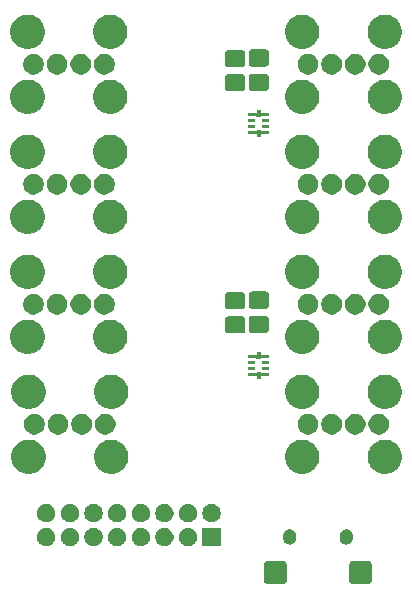
<source format=gbr>
G04 #@! TF.GenerationSoftware,KiCad,Pcbnew,(5.1.0)-1*
G04 #@! TF.CreationDate,2020-02-18T23:46:36-06:00*
G04 #@! TF.ProjectId,USBMuxV1,5553424d-7578-4563-912e-6b696361645f,rev?*
G04 #@! TF.SameCoordinates,Original*
G04 #@! TF.FileFunction,Soldermask,Bot*
G04 #@! TF.FilePolarity,Negative*
%FSLAX46Y46*%
G04 Gerber Fmt 4.6, Leading zero omitted, Abs format (unit mm)*
G04 Created by KiCad (PCBNEW (5.1.0)-1) date 2020-02-18 23:46:36*
%MOMM*%
%LPD*%
G04 APERTURE LIST*
%ADD10C,0.100000*%
G04 APERTURE END LIST*
D10*
G36*
X143227542Y-136010227D02*
G01*
X143314031Y-136036463D01*
X143393733Y-136079065D01*
X143463598Y-136136402D01*
X143520935Y-136206267D01*
X143563537Y-136285969D01*
X143589773Y-136372458D01*
X143599000Y-136466143D01*
X143599000Y-137533857D01*
X143589773Y-137627542D01*
X143563537Y-137714031D01*
X143520935Y-137793733D01*
X143463598Y-137863598D01*
X143393733Y-137920935D01*
X143314031Y-137963537D01*
X143227542Y-137989773D01*
X143133857Y-137999000D01*
X142066143Y-137999000D01*
X141972458Y-137989773D01*
X141885969Y-137963537D01*
X141806267Y-137920935D01*
X141736402Y-137863598D01*
X141679065Y-137793733D01*
X141636463Y-137714031D01*
X141610227Y-137627542D01*
X141601000Y-137533857D01*
X141601000Y-136466143D01*
X141610227Y-136372458D01*
X141636463Y-136285969D01*
X141679065Y-136206267D01*
X141736402Y-136136402D01*
X141806267Y-136079065D01*
X141885969Y-136036463D01*
X141972458Y-136010227D01*
X142066143Y-136001000D01*
X143133857Y-136001000D01*
X143227542Y-136010227D01*
X143227542Y-136010227D01*
G37*
G36*
X136027542Y-136010227D02*
G01*
X136114031Y-136036463D01*
X136193733Y-136079065D01*
X136263598Y-136136402D01*
X136320935Y-136206267D01*
X136363537Y-136285969D01*
X136389773Y-136372458D01*
X136399000Y-136466143D01*
X136399000Y-137533857D01*
X136389773Y-137627542D01*
X136363537Y-137714031D01*
X136320935Y-137793733D01*
X136263598Y-137863598D01*
X136193733Y-137920935D01*
X136114031Y-137963537D01*
X136027542Y-137989773D01*
X135933857Y-137999000D01*
X134866143Y-137999000D01*
X134772458Y-137989773D01*
X134685969Y-137963537D01*
X134606267Y-137920935D01*
X134536402Y-137863598D01*
X134479065Y-137793733D01*
X134436463Y-137714031D01*
X134410227Y-137627542D01*
X134401000Y-137533857D01*
X134401000Y-136466143D01*
X134410227Y-136372458D01*
X134436463Y-136285969D01*
X134479065Y-136206267D01*
X134536402Y-136136402D01*
X134606267Y-136079065D01*
X134685969Y-136036463D01*
X134772458Y-136010227D01*
X134866143Y-136001000D01*
X135933857Y-136001000D01*
X136027542Y-136010227D01*
X136027542Y-136010227D01*
G37*
G36*
X120226759Y-133252475D02*
G01*
X120368237Y-133311077D01*
X120495564Y-133396154D01*
X120603846Y-133504436D01*
X120688923Y-133631763D01*
X120747525Y-133773241D01*
X120777400Y-133923433D01*
X120777400Y-134076567D01*
X120747525Y-134226759D01*
X120688923Y-134368237D01*
X120603846Y-134495564D01*
X120495564Y-134603846D01*
X120368237Y-134688923D01*
X120226759Y-134747525D01*
X120076567Y-134777400D01*
X119923433Y-134777400D01*
X119773241Y-134747525D01*
X119631763Y-134688923D01*
X119504436Y-134603846D01*
X119396154Y-134495564D01*
X119311077Y-134368237D01*
X119252475Y-134226759D01*
X119222600Y-134076567D01*
X119222600Y-133923433D01*
X119252475Y-133773241D01*
X119311077Y-133631763D01*
X119396154Y-133504436D01*
X119504436Y-133396154D01*
X119631763Y-133311077D01*
X119773241Y-133252475D01*
X119923433Y-133222600D01*
X120076567Y-133222600D01*
X120226759Y-133252475D01*
X120226759Y-133252475D01*
G37*
G36*
X130777400Y-134777400D02*
G01*
X129222600Y-134777400D01*
X129222600Y-133222600D01*
X130777400Y-133222600D01*
X130777400Y-134777400D01*
X130777400Y-134777400D01*
G37*
G36*
X128226759Y-133252475D02*
G01*
X128368237Y-133311077D01*
X128495564Y-133396154D01*
X128603846Y-133504436D01*
X128688923Y-133631763D01*
X128747525Y-133773241D01*
X128777400Y-133923433D01*
X128777400Y-134076567D01*
X128747525Y-134226759D01*
X128688923Y-134368237D01*
X128603846Y-134495564D01*
X128495564Y-134603846D01*
X128368237Y-134688923D01*
X128226759Y-134747525D01*
X128076567Y-134777400D01*
X127923433Y-134777400D01*
X127773241Y-134747525D01*
X127631763Y-134688923D01*
X127504436Y-134603846D01*
X127396154Y-134495564D01*
X127311077Y-134368237D01*
X127252475Y-134226759D01*
X127222600Y-134076567D01*
X127222600Y-133923433D01*
X127252475Y-133773241D01*
X127311077Y-133631763D01*
X127396154Y-133504436D01*
X127504436Y-133396154D01*
X127631763Y-133311077D01*
X127773241Y-133252475D01*
X127923433Y-133222600D01*
X128076567Y-133222600D01*
X128226759Y-133252475D01*
X128226759Y-133252475D01*
G37*
G36*
X126226759Y-133252475D02*
G01*
X126368237Y-133311077D01*
X126495564Y-133396154D01*
X126603846Y-133504436D01*
X126688923Y-133631763D01*
X126747525Y-133773241D01*
X126777400Y-133923433D01*
X126777400Y-134076567D01*
X126747525Y-134226759D01*
X126688923Y-134368237D01*
X126603846Y-134495564D01*
X126495564Y-134603846D01*
X126368237Y-134688923D01*
X126226759Y-134747525D01*
X126076567Y-134777400D01*
X125923433Y-134777400D01*
X125773241Y-134747525D01*
X125631763Y-134688923D01*
X125504436Y-134603846D01*
X125396154Y-134495564D01*
X125311077Y-134368237D01*
X125252475Y-134226759D01*
X125222600Y-134076567D01*
X125222600Y-133923433D01*
X125252475Y-133773241D01*
X125311077Y-133631763D01*
X125396154Y-133504436D01*
X125504436Y-133396154D01*
X125631763Y-133311077D01*
X125773241Y-133252475D01*
X125923433Y-133222600D01*
X126076567Y-133222600D01*
X126226759Y-133252475D01*
X126226759Y-133252475D01*
G37*
G36*
X124226759Y-133252475D02*
G01*
X124368237Y-133311077D01*
X124495564Y-133396154D01*
X124603846Y-133504436D01*
X124688923Y-133631763D01*
X124747525Y-133773241D01*
X124777400Y-133923433D01*
X124777400Y-134076567D01*
X124747525Y-134226759D01*
X124688923Y-134368237D01*
X124603846Y-134495564D01*
X124495564Y-134603846D01*
X124368237Y-134688923D01*
X124226759Y-134747525D01*
X124076567Y-134777400D01*
X123923433Y-134777400D01*
X123773241Y-134747525D01*
X123631763Y-134688923D01*
X123504436Y-134603846D01*
X123396154Y-134495564D01*
X123311077Y-134368237D01*
X123252475Y-134226759D01*
X123222600Y-134076567D01*
X123222600Y-133923433D01*
X123252475Y-133773241D01*
X123311077Y-133631763D01*
X123396154Y-133504436D01*
X123504436Y-133396154D01*
X123631763Y-133311077D01*
X123773241Y-133252475D01*
X123923433Y-133222600D01*
X124076567Y-133222600D01*
X124226759Y-133252475D01*
X124226759Y-133252475D01*
G37*
G36*
X116226759Y-133252475D02*
G01*
X116368237Y-133311077D01*
X116495564Y-133396154D01*
X116603846Y-133504436D01*
X116688923Y-133631763D01*
X116747525Y-133773241D01*
X116777400Y-133923433D01*
X116777400Y-134076567D01*
X116747525Y-134226759D01*
X116688923Y-134368237D01*
X116603846Y-134495564D01*
X116495564Y-134603846D01*
X116368237Y-134688923D01*
X116226759Y-134747525D01*
X116076567Y-134777400D01*
X115923433Y-134777400D01*
X115773241Y-134747525D01*
X115631763Y-134688923D01*
X115504436Y-134603846D01*
X115396154Y-134495564D01*
X115311077Y-134368237D01*
X115252475Y-134226759D01*
X115222600Y-134076567D01*
X115222600Y-133923433D01*
X115252475Y-133773241D01*
X115311077Y-133631763D01*
X115396154Y-133504436D01*
X115504436Y-133396154D01*
X115631763Y-133311077D01*
X115773241Y-133252475D01*
X115923433Y-133222600D01*
X116076567Y-133222600D01*
X116226759Y-133252475D01*
X116226759Y-133252475D01*
G37*
G36*
X118226759Y-133252475D02*
G01*
X118368237Y-133311077D01*
X118495564Y-133396154D01*
X118603846Y-133504436D01*
X118688923Y-133631763D01*
X118747525Y-133773241D01*
X118777400Y-133923433D01*
X118777400Y-134076567D01*
X118747525Y-134226759D01*
X118688923Y-134368237D01*
X118603846Y-134495564D01*
X118495564Y-134603846D01*
X118368237Y-134688923D01*
X118226759Y-134747525D01*
X118076567Y-134777400D01*
X117923433Y-134777400D01*
X117773241Y-134747525D01*
X117631763Y-134688923D01*
X117504436Y-134603846D01*
X117396154Y-134495564D01*
X117311077Y-134368237D01*
X117252475Y-134226759D01*
X117222600Y-134076567D01*
X117222600Y-133923433D01*
X117252475Y-133773241D01*
X117311077Y-133631763D01*
X117396154Y-133504436D01*
X117504436Y-133396154D01*
X117631763Y-133311077D01*
X117773241Y-133252475D01*
X117923433Y-133222600D01*
X118076567Y-133222600D01*
X118226759Y-133252475D01*
X118226759Y-133252475D01*
G37*
G36*
X122226759Y-133252475D02*
G01*
X122368237Y-133311077D01*
X122495564Y-133396154D01*
X122603846Y-133504436D01*
X122688923Y-133631763D01*
X122747525Y-133773241D01*
X122777400Y-133923433D01*
X122777400Y-134076567D01*
X122747525Y-134226759D01*
X122688923Y-134368237D01*
X122603846Y-134495564D01*
X122495564Y-134603846D01*
X122368237Y-134688923D01*
X122226759Y-134747525D01*
X122076567Y-134777400D01*
X121923433Y-134777400D01*
X121773241Y-134747525D01*
X121631763Y-134688923D01*
X121504436Y-134603846D01*
X121396154Y-134495564D01*
X121311077Y-134368237D01*
X121252475Y-134226759D01*
X121222600Y-134076567D01*
X121222600Y-133923433D01*
X121252475Y-133773241D01*
X121311077Y-133631763D01*
X121396154Y-133504436D01*
X121504436Y-133396154D01*
X121631763Y-133311077D01*
X121773241Y-133252475D01*
X121923433Y-133222600D01*
X122076567Y-133222600D01*
X122226759Y-133252475D01*
X122226759Y-133252475D01*
G37*
G36*
X141507620Y-133358943D02*
G01*
X141566047Y-133376667D01*
X141611109Y-133390336D01*
X141706484Y-133441315D01*
X141790080Y-133509920D01*
X141828589Y-133556844D01*
X141858684Y-133593514D01*
X141858685Y-133593516D01*
X141909664Y-133688890D01*
X141923333Y-133733952D01*
X141941057Y-133792379D01*
X141949000Y-133873029D01*
X141949000Y-134126970D01*
X141941057Y-134207620D01*
X141941056Y-134207622D01*
X141909664Y-134311109D01*
X141879128Y-134368237D01*
X141858684Y-134406486D01*
X141840813Y-134428262D01*
X141790080Y-134490080D01*
X141728262Y-134540813D01*
X141706486Y-134558684D01*
X141706484Y-134558685D01*
X141611110Y-134609664D01*
X141566048Y-134623333D01*
X141507621Y-134641057D01*
X141400000Y-134651656D01*
X141292380Y-134641057D01*
X141233953Y-134623333D01*
X141188891Y-134609664D01*
X141093517Y-134558685D01*
X141093515Y-134558684D01*
X141071739Y-134540813D01*
X141009921Y-134490080D01*
X140952605Y-134420240D01*
X140941314Y-134406482D01*
X140890338Y-134311113D01*
X140890336Y-134311110D01*
X140858944Y-134207623D01*
X140858943Y-134207621D01*
X140851000Y-134126971D01*
X140851000Y-133873030D01*
X140858943Y-133792380D01*
X140890336Y-133688892D01*
X140890336Y-133688891D01*
X140941315Y-133593516D01*
X141009920Y-133509920D01*
X141056844Y-133471411D01*
X141093514Y-133441316D01*
X141104423Y-133435485D01*
X141188890Y-133390336D01*
X141233952Y-133376667D01*
X141292379Y-133358943D01*
X141400000Y-133348344D01*
X141507620Y-133358943D01*
X141507620Y-133358943D01*
G37*
G36*
X136707620Y-133358943D02*
G01*
X136766047Y-133376667D01*
X136811109Y-133390336D01*
X136906484Y-133441315D01*
X136990080Y-133509920D01*
X137028589Y-133556844D01*
X137058684Y-133593514D01*
X137058685Y-133593516D01*
X137109664Y-133688890D01*
X137123333Y-133733952D01*
X137141057Y-133792379D01*
X137149000Y-133873029D01*
X137149000Y-134126970D01*
X137141057Y-134207620D01*
X137141056Y-134207622D01*
X137109664Y-134311109D01*
X137079128Y-134368237D01*
X137058684Y-134406486D01*
X137040813Y-134428262D01*
X136990080Y-134490080D01*
X136928262Y-134540813D01*
X136906486Y-134558684D01*
X136906484Y-134558685D01*
X136811110Y-134609664D01*
X136766048Y-134623333D01*
X136707621Y-134641057D01*
X136600000Y-134651656D01*
X136492380Y-134641057D01*
X136433953Y-134623333D01*
X136388891Y-134609664D01*
X136293517Y-134558685D01*
X136293515Y-134558684D01*
X136271739Y-134540813D01*
X136209921Y-134490080D01*
X136152605Y-134420240D01*
X136141314Y-134406482D01*
X136090338Y-134311113D01*
X136090336Y-134311110D01*
X136058944Y-134207623D01*
X136058943Y-134207621D01*
X136051000Y-134126971D01*
X136051000Y-133873030D01*
X136058943Y-133792380D01*
X136090336Y-133688892D01*
X136090336Y-133688891D01*
X136141315Y-133593516D01*
X136209920Y-133509920D01*
X136256844Y-133471411D01*
X136293514Y-133441316D01*
X136304423Y-133435485D01*
X136388890Y-133390336D01*
X136433952Y-133376667D01*
X136492379Y-133358943D01*
X136600000Y-133348344D01*
X136707620Y-133358943D01*
X136707620Y-133358943D01*
G37*
G36*
X126226759Y-131252475D02*
G01*
X126368237Y-131311077D01*
X126495564Y-131396154D01*
X126603846Y-131504436D01*
X126688923Y-131631763D01*
X126747525Y-131773241D01*
X126777400Y-131923433D01*
X126777400Y-132076567D01*
X126747525Y-132226759D01*
X126688923Y-132368237D01*
X126603846Y-132495564D01*
X126495564Y-132603846D01*
X126368237Y-132688923D01*
X126226759Y-132747525D01*
X126076567Y-132777400D01*
X125923433Y-132777400D01*
X125773241Y-132747525D01*
X125631763Y-132688923D01*
X125504436Y-132603846D01*
X125396154Y-132495564D01*
X125311077Y-132368237D01*
X125252475Y-132226759D01*
X125222600Y-132076567D01*
X125222600Y-131923433D01*
X125252475Y-131773241D01*
X125311077Y-131631763D01*
X125396154Y-131504436D01*
X125504436Y-131396154D01*
X125631763Y-131311077D01*
X125773241Y-131252475D01*
X125923433Y-131222600D01*
X126076567Y-131222600D01*
X126226759Y-131252475D01*
X126226759Y-131252475D01*
G37*
G36*
X130226759Y-131252475D02*
G01*
X130368237Y-131311077D01*
X130495564Y-131396154D01*
X130603846Y-131504436D01*
X130688923Y-131631763D01*
X130747525Y-131773241D01*
X130777400Y-131923433D01*
X130777400Y-132076567D01*
X130747525Y-132226759D01*
X130688923Y-132368237D01*
X130603846Y-132495564D01*
X130495564Y-132603846D01*
X130368237Y-132688923D01*
X130226759Y-132747525D01*
X130076567Y-132777400D01*
X129923433Y-132777400D01*
X129773241Y-132747525D01*
X129631763Y-132688923D01*
X129504436Y-132603846D01*
X129396154Y-132495564D01*
X129311077Y-132368237D01*
X129252475Y-132226759D01*
X129222600Y-132076567D01*
X129222600Y-131923433D01*
X129252475Y-131773241D01*
X129311077Y-131631763D01*
X129396154Y-131504436D01*
X129504436Y-131396154D01*
X129631763Y-131311077D01*
X129773241Y-131252475D01*
X129923433Y-131222600D01*
X130076567Y-131222600D01*
X130226759Y-131252475D01*
X130226759Y-131252475D01*
G37*
G36*
X128226759Y-131252475D02*
G01*
X128368237Y-131311077D01*
X128495564Y-131396154D01*
X128603846Y-131504436D01*
X128688923Y-131631763D01*
X128747525Y-131773241D01*
X128777400Y-131923433D01*
X128777400Y-132076567D01*
X128747525Y-132226759D01*
X128688923Y-132368237D01*
X128603846Y-132495564D01*
X128495564Y-132603846D01*
X128368237Y-132688923D01*
X128226759Y-132747525D01*
X128076567Y-132777400D01*
X127923433Y-132777400D01*
X127773241Y-132747525D01*
X127631763Y-132688923D01*
X127504436Y-132603846D01*
X127396154Y-132495564D01*
X127311077Y-132368237D01*
X127252475Y-132226759D01*
X127222600Y-132076567D01*
X127222600Y-131923433D01*
X127252475Y-131773241D01*
X127311077Y-131631763D01*
X127396154Y-131504436D01*
X127504436Y-131396154D01*
X127631763Y-131311077D01*
X127773241Y-131252475D01*
X127923433Y-131222600D01*
X128076567Y-131222600D01*
X128226759Y-131252475D01*
X128226759Y-131252475D01*
G37*
G36*
X124226759Y-131252475D02*
G01*
X124368237Y-131311077D01*
X124495564Y-131396154D01*
X124603846Y-131504436D01*
X124688923Y-131631763D01*
X124747525Y-131773241D01*
X124777400Y-131923433D01*
X124777400Y-132076567D01*
X124747525Y-132226759D01*
X124688923Y-132368237D01*
X124603846Y-132495564D01*
X124495564Y-132603846D01*
X124368237Y-132688923D01*
X124226759Y-132747525D01*
X124076567Y-132777400D01*
X123923433Y-132777400D01*
X123773241Y-132747525D01*
X123631763Y-132688923D01*
X123504436Y-132603846D01*
X123396154Y-132495564D01*
X123311077Y-132368237D01*
X123252475Y-132226759D01*
X123222600Y-132076567D01*
X123222600Y-131923433D01*
X123252475Y-131773241D01*
X123311077Y-131631763D01*
X123396154Y-131504436D01*
X123504436Y-131396154D01*
X123631763Y-131311077D01*
X123773241Y-131252475D01*
X123923433Y-131222600D01*
X124076567Y-131222600D01*
X124226759Y-131252475D01*
X124226759Y-131252475D01*
G37*
G36*
X122226759Y-131252475D02*
G01*
X122368237Y-131311077D01*
X122495564Y-131396154D01*
X122603846Y-131504436D01*
X122688923Y-131631763D01*
X122747525Y-131773241D01*
X122777400Y-131923433D01*
X122777400Y-132076567D01*
X122747525Y-132226759D01*
X122688923Y-132368237D01*
X122603846Y-132495564D01*
X122495564Y-132603846D01*
X122368237Y-132688923D01*
X122226759Y-132747525D01*
X122076567Y-132777400D01*
X121923433Y-132777400D01*
X121773241Y-132747525D01*
X121631763Y-132688923D01*
X121504436Y-132603846D01*
X121396154Y-132495564D01*
X121311077Y-132368237D01*
X121252475Y-132226759D01*
X121222600Y-132076567D01*
X121222600Y-131923433D01*
X121252475Y-131773241D01*
X121311077Y-131631763D01*
X121396154Y-131504436D01*
X121504436Y-131396154D01*
X121631763Y-131311077D01*
X121773241Y-131252475D01*
X121923433Y-131222600D01*
X122076567Y-131222600D01*
X122226759Y-131252475D01*
X122226759Y-131252475D01*
G37*
G36*
X120226759Y-131252475D02*
G01*
X120368237Y-131311077D01*
X120495564Y-131396154D01*
X120603846Y-131504436D01*
X120688923Y-131631763D01*
X120747525Y-131773241D01*
X120777400Y-131923433D01*
X120777400Y-132076567D01*
X120747525Y-132226759D01*
X120688923Y-132368237D01*
X120603846Y-132495564D01*
X120495564Y-132603846D01*
X120368237Y-132688923D01*
X120226759Y-132747525D01*
X120076567Y-132777400D01*
X119923433Y-132777400D01*
X119773241Y-132747525D01*
X119631763Y-132688923D01*
X119504436Y-132603846D01*
X119396154Y-132495564D01*
X119311077Y-132368237D01*
X119252475Y-132226759D01*
X119222600Y-132076567D01*
X119222600Y-131923433D01*
X119252475Y-131773241D01*
X119311077Y-131631763D01*
X119396154Y-131504436D01*
X119504436Y-131396154D01*
X119631763Y-131311077D01*
X119773241Y-131252475D01*
X119923433Y-131222600D01*
X120076567Y-131222600D01*
X120226759Y-131252475D01*
X120226759Y-131252475D01*
G37*
G36*
X118226759Y-131252475D02*
G01*
X118368237Y-131311077D01*
X118495564Y-131396154D01*
X118603846Y-131504436D01*
X118688923Y-131631763D01*
X118747525Y-131773241D01*
X118777400Y-131923433D01*
X118777400Y-132076567D01*
X118747525Y-132226759D01*
X118688923Y-132368237D01*
X118603846Y-132495564D01*
X118495564Y-132603846D01*
X118368237Y-132688923D01*
X118226759Y-132747525D01*
X118076567Y-132777400D01*
X117923433Y-132777400D01*
X117773241Y-132747525D01*
X117631763Y-132688923D01*
X117504436Y-132603846D01*
X117396154Y-132495564D01*
X117311077Y-132368237D01*
X117252475Y-132226759D01*
X117222600Y-132076567D01*
X117222600Y-131923433D01*
X117252475Y-131773241D01*
X117311077Y-131631763D01*
X117396154Y-131504436D01*
X117504436Y-131396154D01*
X117631763Y-131311077D01*
X117773241Y-131252475D01*
X117923433Y-131222600D01*
X118076567Y-131222600D01*
X118226759Y-131252475D01*
X118226759Y-131252475D01*
G37*
G36*
X116226759Y-131252475D02*
G01*
X116368237Y-131311077D01*
X116495564Y-131396154D01*
X116603846Y-131504436D01*
X116688923Y-131631763D01*
X116747525Y-131773241D01*
X116777400Y-131923433D01*
X116777400Y-132076567D01*
X116747525Y-132226759D01*
X116688923Y-132368237D01*
X116603846Y-132495564D01*
X116495564Y-132603846D01*
X116368237Y-132688923D01*
X116226759Y-132747525D01*
X116076567Y-132777400D01*
X115923433Y-132777400D01*
X115773241Y-132747525D01*
X115631763Y-132688923D01*
X115504436Y-132603846D01*
X115396154Y-132495564D01*
X115311077Y-132368237D01*
X115252475Y-132226759D01*
X115222600Y-132076567D01*
X115222600Y-131923433D01*
X115252475Y-131773241D01*
X115311077Y-131631763D01*
X115396154Y-131504436D01*
X115504436Y-131396154D01*
X115631763Y-131311077D01*
X115773241Y-131252475D01*
X115923433Y-131222600D01*
X116076567Y-131222600D01*
X116226759Y-131252475D01*
X116226759Y-131252475D01*
G37*
G36*
X145083650Y-125813414D02*
G01*
X145347970Y-125922899D01*
X145585851Y-126081847D01*
X145788153Y-126284149D01*
X145947101Y-126522030D01*
X146056586Y-126786350D01*
X146112400Y-127066951D01*
X146112400Y-127353049D01*
X146056586Y-127633650D01*
X145947101Y-127897970D01*
X145788153Y-128135851D01*
X145585851Y-128338153D01*
X145347970Y-128497101D01*
X145083650Y-128606586D01*
X144803049Y-128662400D01*
X144516951Y-128662400D01*
X144236350Y-128606586D01*
X143972030Y-128497101D01*
X143734149Y-128338153D01*
X143531847Y-128135851D01*
X143372899Y-127897970D01*
X143263414Y-127633650D01*
X143207600Y-127353049D01*
X143207600Y-127066951D01*
X143263414Y-126786350D01*
X143372899Y-126522030D01*
X143531847Y-126284149D01*
X143734149Y-126081847D01*
X143972030Y-125922899D01*
X144236350Y-125813414D01*
X144516951Y-125757600D01*
X144803049Y-125757600D01*
X145083650Y-125813414D01*
X145083650Y-125813414D01*
G37*
G36*
X114923650Y-125813414D02*
G01*
X115187970Y-125922899D01*
X115425851Y-126081847D01*
X115628153Y-126284149D01*
X115787101Y-126522030D01*
X115896586Y-126786350D01*
X115952400Y-127066951D01*
X115952400Y-127353049D01*
X115896586Y-127633650D01*
X115787101Y-127897970D01*
X115628153Y-128135851D01*
X115425851Y-128338153D01*
X115187970Y-128497101D01*
X114923650Y-128606586D01*
X114643049Y-128662400D01*
X114356951Y-128662400D01*
X114076350Y-128606586D01*
X113812030Y-128497101D01*
X113574149Y-128338153D01*
X113371847Y-128135851D01*
X113212899Y-127897970D01*
X113103414Y-127633650D01*
X113047600Y-127353049D01*
X113047600Y-127066951D01*
X113103414Y-126786350D01*
X113212899Y-126522030D01*
X113371847Y-126284149D01*
X113574149Y-126081847D01*
X113812030Y-125922899D01*
X114076350Y-125813414D01*
X114356951Y-125757600D01*
X114643049Y-125757600D01*
X114923650Y-125813414D01*
X114923650Y-125813414D01*
G37*
G36*
X121923650Y-125813414D02*
G01*
X122187970Y-125922899D01*
X122425851Y-126081847D01*
X122628153Y-126284149D01*
X122787101Y-126522030D01*
X122896586Y-126786350D01*
X122952400Y-127066951D01*
X122952400Y-127353049D01*
X122896586Y-127633650D01*
X122787101Y-127897970D01*
X122628153Y-128135851D01*
X122425851Y-128338153D01*
X122187970Y-128497101D01*
X121923650Y-128606586D01*
X121643049Y-128662400D01*
X121356951Y-128662400D01*
X121076350Y-128606586D01*
X120812030Y-128497101D01*
X120574149Y-128338153D01*
X120371847Y-128135851D01*
X120212899Y-127897970D01*
X120103414Y-127633650D01*
X120047600Y-127353049D01*
X120047600Y-127066951D01*
X120103414Y-126786350D01*
X120212899Y-126522030D01*
X120371847Y-126284149D01*
X120574149Y-126081847D01*
X120812030Y-125922899D01*
X121076350Y-125813414D01*
X121356951Y-125757600D01*
X121643049Y-125757600D01*
X121923650Y-125813414D01*
X121923650Y-125813414D01*
G37*
G36*
X138083650Y-125813414D02*
G01*
X138347970Y-125922899D01*
X138585851Y-126081847D01*
X138788153Y-126284149D01*
X138947101Y-126522030D01*
X139056586Y-126786350D01*
X139112400Y-127066951D01*
X139112400Y-127353049D01*
X139056586Y-127633650D01*
X138947101Y-127897970D01*
X138788153Y-128135851D01*
X138585851Y-128338153D01*
X138347970Y-128497101D01*
X138083650Y-128606586D01*
X137803049Y-128662400D01*
X137516951Y-128662400D01*
X137236350Y-128606586D01*
X136972030Y-128497101D01*
X136734149Y-128338153D01*
X136531847Y-128135851D01*
X136372899Y-127897970D01*
X136263414Y-127633650D01*
X136207600Y-127353049D01*
X136207600Y-127066951D01*
X136263414Y-126786350D01*
X136372899Y-126522030D01*
X136531847Y-126284149D01*
X136734149Y-126081847D01*
X136972030Y-125922899D01*
X137236350Y-125813414D01*
X137516951Y-125757600D01*
X137803049Y-125757600D01*
X138083650Y-125813414D01*
X138083650Y-125813414D01*
G37*
G36*
X115255928Y-123616318D02*
G01*
X115415606Y-123682459D01*
X115559309Y-123778478D01*
X115681522Y-123900691D01*
X115777541Y-124044394D01*
X115843682Y-124204072D01*
X115877400Y-124373585D01*
X115877400Y-124546415D01*
X115843682Y-124715928D01*
X115777541Y-124875606D01*
X115681522Y-125019309D01*
X115559309Y-125141522D01*
X115415606Y-125237541D01*
X115255928Y-125303682D01*
X115086416Y-125337400D01*
X114913584Y-125337400D01*
X114744072Y-125303682D01*
X114584394Y-125237541D01*
X114440691Y-125141522D01*
X114318478Y-125019309D01*
X114222459Y-124875606D01*
X114156318Y-124715928D01*
X114122600Y-124546415D01*
X114122600Y-124373585D01*
X114156318Y-124204072D01*
X114222459Y-124044394D01*
X114318478Y-123900691D01*
X114440691Y-123778478D01*
X114584394Y-123682459D01*
X114744072Y-123616318D01*
X114913584Y-123582600D01*
X115086416Y-123582600D01*
X115255928Y-123616318D01*
X115255928Y-123616318D01*
G37*
G36*
X117255928Y-123616318D02*
G01*
X117415606Y-123682459D01*
X117559309Y-123778478D01*
X117681522Y-123900691D01*
X117777541Y-124044394D01*
X117843682Y-124204072D01*
X117877400Y-124373585D01*
X117877400Y-124546415D01*
X117843682Y-124715928D01*
X117777541Y-124875606D01*
X117681522Y-125019309D01*
X117559309Y-125141522D01*
X117415606Y-125237541D01*
X117255928Y-125303682D01*
X117086416Y-125337400D01*
X116913584Y-125337400D01*
X116744072Y-125303682D01*
X116584394Y-125237541D01*
X116440691Y-125141522D01*
X116318478Y-125019309D01*
X116222459Y-124875606D01*
X116156318Y-124715928D01*
X116122600Y-124546415D01*
X116122600Y-124373585D01*
X116156318Y-124204072D01*
X116222459Y-124044394D01*
X116318478Y-123900691D01*
X116440691Y-123778478D01*
X116584394Y-123682459D01*
X116744072Y-123616318D01*
X116913584Y-123582600D01*
X117086416Y-123582600D01*
X117255928Y-123616318D01*
X117255928Y-123616318D01*
G37*
G36*
X119255928Y-123616318D02*
G01*
X119415606Y-123682459D01*
X119559309Y-123778478D01*
X119681522Y-123900691D01*
X119777541Y-124044394D01*
X119843682Y-124204072D01*
X119877400Y-124373585D01*
X119877400Y-124546415D01*
X119843682Y-124715928D01*
X119777541Y-124875606D01*
X119681522Y-125019309D01*
X119559309Y-125141522D01*
X119415606Y-125237541D01*
X119255928Y-125303682D01*
X119086416Y-125337400D01*
X118913584Y-125337400D01*
X118744072Y-125303682D01*
X118584394Y-125237541D01*
X118440691Y-125141522D01*
X118318478Y-125019309D01*
X118222459Y-124875606D01*
X118156318Y-124715928D01*
X118122600Y-124546415D01*
X118122600Y-124373585D01*
X118156318Y-124204072D01*
X118222459Y-124044394D01*
X118318478Y-123900691D01*
X118440691Y-123778478D01*
X118584394Y-123682459D01*
X118744072Y-123616318D01*
X118913584Y-123582600D01*
X119086416Y-123582600D01*
X119255928Y-123616318D01*
X119255928Y-123616318D01*
G37*
G36*
X144415928Y-123616318D02*
G01*
X144575606Y-123682459D01*
X144719309Y-123778478D01*
X144841522Y-123900691D01*
X144937541Y-124044394D01*
X145003682Y-124204072D01*
X145037400Y-124373585D01*
X145037400Y-124546415D01*
X145003682Y-124715928D01*
X144937541Y-124875606D01*
X144841522Y-125019309D01*
X144719309Y-125141522D01*
X144575606Y-125237541D01*
X144415928Y-125303682D01*
X144246416Y-125337400D01*
X144073584Y-125337400D01*
X143904072Y-125303682D01*
X143744394Y-125237541D01*
X143600691Y-125141522D01*
X143478478Y-125019309D01*
X143382459Y-124875606D01*
X143316318Y-124715928D01*
X143282600Y-124546415D01*
X143282600Y-124373585D01*
X143316318Y-124204072D01*
X143382459Y-124044394D01*
X143478478Y-123900691D01*
X143600691Y-123778478D01*
X143744394Y-123682459D01*
X143904072Y-123616318D01*
X144073584Y-123582600D01*
X144246416Y-123582600D01*
X144415928Y-123616318D01*
X144415928Y-123616318D01*
G37*
G36*
X142415928Y-123616318D02*
G01*
X142575606Y-123682459D01*
X142719309Y-123778478D01*
X142841522Y-123900691D01*
X142937541Y-124044394D01*
X143003682Y-124204072D01*
X143037400Y-124373585D01*
X143037400Y-124546415D01*
X143003682Y-124715928D01*
X142937541Y-124875606D01*
X142841522Y-125019309D01*
X142719309Y-125141522D01*
X142575606Y-125237541D01*
X142415928Y-125303682D01*
X142246416Y-125337400D01*
X142073584Y-125337400D01*
X141904072Y-125303682D01*
X141744394Y-125237541D01*
X141600691Y-125141522D01*
X141478478Y-125019309D01*
X141382459Y-124875606D01*
X141316318Y-124715928D01*
X141282600Y-124546415D01*
X141282600Y-124373585D01*
X141316318Y-124204072D01*
X141382459Y-124044394D01*
X141478478Y-123900691D01*
X141600691Y-123778478D01*
X141744394Y-123682459D01*
X141904072Y-123616318D01*
X142073584Y-123582600D01*
X142246416Y-123582600D01*
X142415928Y-123616318D01*
X142415928Y-123616318D01*
G37*
G36*
X138415928Y-123616318D02*
G01*
X138575606Y-123682459D01*
X138719309Y-123778478D01*
X138841522Y-123900691D01*
X138937541Y-124044394D01*
X139003682Y-124204072D01*
X139037400Y-124373585D01*
X139037400Y-124546415D01*
X139003682Y-124715928D01*
X138937541Y-124875606D01*
X138841522Y-125019309D01*
X138719309Y-125141522D01*
X138575606Y-125237541D01*
X138415928Y-125303682D01*
X138246416Y-125337400D01*
X138073584Y-125337400D01*
X137904072Y-125303682D01*
X137744394Y-125237541D01*
X137600691Y-125141522D01*
X137478478Y-125019309D01*
X137382459Y-124875606D01*
X137316318Y-124715928D01*
X137282600Y-124546415D01*
X137282600Y-124373585D01*
X137316318Y-124204072D01*
X137382459Y-124044394D01*
X137478478Y-123900691D01*
X137600691Y-123778478D01*
X137744394Y-123682459D01*
X137904072Y-123616318D01*
X138073584Y-123582600D01*
X138246416Y-123582600D01*
X138415928Y-123616318D01*
X138415928Y-123616318D01*
G37*
G36*
X140415928Y-123616318D02*
G01*
X140575606Y-123682459D01*
X140719309Y-123778478D01*
X140841522Y-123900691D01*
X140937541Y-124044394D01*
X141003682Y-124204072D01*
X141037400Y-124373585D01*
X141037400Y-124546415D01*
X141003682Y-124715928D01*
X140937541Y-124875606D01*
X140841522Y-125019309D01*
X140719309Y-125141522D01*
X140575606Y-125237541D01*
X140415928Y-125303682D01*
X140246416Y-125337400D01*
X140073584Y-125337400D01*
X139904072Y-125303682D01*
X139744394Y-125237541D01*
X139600691Y-125141522D01*
X139478478Y-125019309D01*
X139382459Y-124875606D01*
X139316318Y-124715928D01*
X139282600Y-124546415D01*
X139282600Y-124373585D01*
X139316318Y-124204072D01*
X139382459Y-124044394D01*
X139478478Y-123900691D01*
X139600691Y-123778478D01*
X139744394Y-123682459D01*
X139904072Y-123616318D01*
X140073584Y-123582600D01*
X140246416Y-123582600D01*
X140415928Y-123616318D01*
X140415928Y-123616318D01*
G37*
G36*
X121255928Y-123616318D02*
G01*
X121415606Y-123682459D01*
X121559309Y-123778478D01*
X121681522Y-123900691D01*
X121777541Y-124044394D01*
X121843682Y-124204072D01*
X121877400Y-124373585D01*
X121877400Y-124546415D01*
X121843682Y-124715928D01*
X121777541Y-124875606D01*
X121681522Y-125019309D01*
X121559309Y-125141522D01*
X121415606Y-125237541D01*
X121255928Y-125303682D01*
X121086416Y-125337400D01*
X120913584Y-125337400D01*
X120744072Y-125303682D01*
X120584394Y-125237541D01*
X120440691Y-125141522D01*
X120318478Y-125019309D01*
X120222459Y-124875606D01*
X120156318Y-124715928D01*
X120122600Y-124546415D01*
X120122600Y-124373585D01*
X120156318Y-124204072D01*
X120222459Y-124044394D01*
X120318478Y-123900691D01*
X120440691Y-123778478D01*
X120584394Y-123682459D01*
X120744072Y-123616318D01*
X120913584Y-123582600D01*
X121086416Y-123582600D01*
X121255928Y-123616318D01*
X121255928Y-123616318D01*
G37*
G36*
X114923650Y-120313414D02*
G01*
X115187970Y-120422899D01*
X115425851Y-120581847D01*
X115628153Y-120784149D01*
X115787101Y-121022030D01*
X115896586Y-121286350D01*
X115952400Y-121566951D01*
X115952400Y-121853049D01*
X115896586Y-122133650D01*
X115787101Y-122397970D01*
X115628153Y-122635851D01*
X115425851Y-122838153D01*
X115187970Y-122997101D01*
X114923650Y-123106586D01*
X114643049Y-123162400D01*
X114356951Y-123162400D01*
X114076350Y-123106586D01*
X113812030Y-122997101D01*
X113574149Y-122838153D01*
X113371847Y-122635851D01*
X113212899Y-122397970D01*
X113103414Y-122133650D01*
X113047600Y-121853049D01*
X113047600Y-121566951D01*
X113103414Y-121286350D01*
X113212899Y-121022030D01*
X113371847Y-120784149D01*
X113574149Y-120581847D01*
X113812030Y-120422899D01*
X114076350Y-120313414D01*
X114356951Y-120257600D01*
X114643049Y-120257600D01*
X114923650Y-120313414D01*
X114923650Y-120313414D01*
G37*
G36*
X138083650Y-120313414D02*
G01*
X138347970Y-120422899D01*
X138585851Y-120581847D01*
X138788153Y-120784149D01*
X138947101Y-121022030D01*
X139056586Y-121286350D01*
X139112400Y-121566951D01*
X139112400Y-121853049D01*
X139056586Y-122133650D01*
X138947101Y-122397970D01*
X138788153Y-122635851D01*
X138585851Y-122838153D01*
X138347970Y-122997101D01*
X138083650Y-123106586D01*
X137803049Y-123162400D01*
X137516951Y-123162400D01*
X137236350Y-123106586D01*
X136972030Y-122997101D01*
X136734149Y-122838153D01*
X136531847Y-122635851D01*
X136372899Y-122397970D01*
X136263414Y-122133650D01*
X136207600Y-121853049D01*
X136207600Y-121566951D01*
X136263414Y-121286350D01*
X136372899Y-121022030D01*
X136531847Y-120784149D01*
X136734149Y-120581847D01*
X136972030Y-120422899D01*
X137236350Y-120313414D01*
X137516951Y-120257600D01*
X137803049Y-120257600D01*
X138083650Y-120313414D01*
X138083650Y-120313414D01*
G37*
G36*
X121923650Y-120313414D02*
G01*
X122187970Y-120422899D01*
X122425851Y-120581847D01*
X122628153Y-120784149D01*
X122787101Y-121022030D01*
X122896586Y-121286350D01*
X122952400Y-121566951D01*
X122952400Y-121853049D01*
X122896586Y-122133650D01*
X122787101Y-122397970D01*
X122628153Y-122635851D01*
X122425851Y-122838153D01*
X122187970Y-122997101D01*
X121923650Y-123106586D01*
X121643049Y-123162400D01*
X121356951Y-123162400D01*
X121076350Y-123106586D01*
X120812030Y-122997101D01*
X120574149Y-122838153D01*
X120371847Y-122635851D01*
X120212899Y-122397970D01*
X120103414Y-122133650D01*
X120047600Y-121853049D01*
X120047600Y-121566951D01*
X120103414Y-121286350D01*
X120212899Y-121022030D01*
X120371847Y-120784149D01*
X120574149Y-120581847D01*
X120812030Y-120422899D01*
X121076350Y-120313414D01*
X121356951Y-120257600D01*
X121643049Y-120257600D01*
X121923650Y-120313414D01*
X121923650Y-120313414D01*
G37*
G36*
X145083650Y-120313414D02*
G01*
X145347970Y-120422899D01*
X145585851Y-120581847D01*
X145788153Y-120784149D01*
X145947101Y-121022030D01*
X146056586Y-121286350D01*
X146112400Y-121566951D01*
X146112400Y-121853049D01*
X146056586Y-122133650D01*
X145947101Y-122397970D01*
X145788153Y-122635851D01*
X145585851Y-122838153D01*
X145347970Y-122997101D01*
X145083650Y-123106586D01*
X144803049Y-123162400D01*
X144516951Y-123162400D01*
X144236350Y-123106586D01*
X143972030Y-122997101D01*
X143734149Y-122838153D01*
X143531847Y-122635851D01*
X143372899Y-122397970D01*
X143263414Y-122133650D01*
X143207600Y-121853049D01*
X143207600Y-121566951D01*
X143263414Y-121286350D01*
X143372899Y-121022030D01*
X143531847Y-120784149D01*
X143734149Y-120581847D01*
X143972030Y-120422899D01*
X144236350Y-120313414D01*
X144516951Y-120257600D01*
X144803049Y-120257600D01*
X145083650Y-120313414D01*
X145083650Y-120313414D01*
G37*
G36*
X134176000Y-120047801D02*
G01*
X134177464Y-120062667D01*
X134181800Y-120076961D01*
X134188842Y-120090135D01*
X134198318Y-120101682D01*
X134209865Y-120111158D01*
X134223039Y-120118200D01*
X134237333Y-120122536D01*
X134252199Y-120124000D01*
X134891000Y-120124000D01*
X134891000Y-120376000D01*
X134252199Y-120376000D01*
X134237333Y-120377464D01*
X134223039Y-120381800D01*
X134209865Y-120388842D01*
X134198318Y-120398318D01*
X134188842Y-120409865D01*
X134181800Y-120423039D01*
X134177464Y-120437333D01*
X134176000Y-120452199D01*
X134176000Y-120666000D01*
X133824000Y-120666000D01*
X133824000Y-120452199D01*
X133822536Y-120437333D01*
X133818200Y-120423039D01*
X133811158Y-120409865D01*
X133801682Y-120398318D01*
X133790135Y-120388842D01*
X133776961Y-120381800D01*
X133762667Y-120377464D01*
X133747801Y-120376000D01*
X133109000Y-120376000D01*
X133109000Y-120124000D01*
X133747801Y-120124000D01*
X133762667Y-120122536D01*
X133776961Y-120118200D01*
X133790135Y-120111158D01*
X133801682Y-120101682D01*
X133811158Y-120090135D01*
X133818200Y-120076961D01*
X133822536Y-120062667D01*
X133824000Y-120047801D01*
X133824000Y-120034000D01*
X134176000Y-120034000D01*
X134176000Y-120047801D01*
X134176000Y-120047801D01*
G37*
G36*
X133691000Y-119876000D02*
G01*
X133109000Y-119876000D01*
X133109000Y-119624000D01*
X133691000Y-119624000D01*
X133691000Y-119876000D01*
X133691000Y-119876000D01*
G37*
G36*
X134891000Y-119876000D02*
G01*
X134309000Y-119876000D01*
X134309000Y-119624000D01*
X134891000Y-119624000D01*
X134891000Y-119876000D01*
X134891000Y-119876000D01*
G37*
G36*
X133691000Y-119376000D02*
G01*
X133109000Y-119376000D01*
X133109000Y-119124000D01*
X133691000Y-119124000D01*
X133691000Y-119376000D01*
X133691000Y-119376000D01*
G37*
G36*
X134891000Y-119376000D02*
G01*
X134309000Y-119376000D01*
X134309000Y-119124000D01*
X134891000Y-119124000D01*
X134891000Y-119376000D01*
X134891000Y-119376000D01*
G37*
G36*
X134176000Y-118547801D02*
G01*
X134177464Y-118562667D01*
X134181800Y-118576961D01*
X134188842Y-118590135D01*
X134198318Y-118601682D01*
X134209865Y-118611158D01*
X134223039Y-118618200D01*
X134237333Y-118622536D01*
X134252199Y-118624000D01*
X134891000Y-118624000D01*
X134891000Y-118876000D01*
X134252199Y-118876000D01*
X134237333Y-118877464D01*
X134223039Y-118881800D01*
X134209865Y-118888842D01*
X134198318Y-118898318D01*
X134188842Y-118909865D01*
X134181800Y-118923039D01*
X134177464Y-118937333D01*
X134176000Y-118952199D01*
X134176000Y-118966000D01*
X133824000Y-118966000D01*
X133824000Y-118952199D01*
X133822536Y-118937333D01*
X133818200Y-118923039D01*
X133811158Y-118909865D01*
X133801682Y-118898318D01*
X133790135Y-118888842D01*
X133776961Y-118881800D01*
X133762667Y-118877464D01*
X133747801Y-118876000D01*
X133109000Y-118876000D01*
X133109000Y-118624000D01*
X133747801Y-118624000D01*
X133762667Y-118622536D01*
X133776961Y-118618200D01*
X133790135Y-118611158D01*
X133801682Y-118601682D01*
X133811158Y-118590135D01*
X133818200Y-118576961D01*
X133822536Y-118562667D01*
X133824000Y-118547801D01*
X133824000Y-118334000D01*
X134176000Y-118334000D01*
X134176000Y-118547801D01*
X134176000Y-118547801D01*
G37*
G36*
X145083650Y-115653414D02*
G01*
X145347970Y-115762899D01*
X145585851Y-115921847D01*
X145788153Y-116124149D01*
X145947101Y-116362030D01*
X146056586Y-116626350D01*
X146112400Y-116906951D01*
X146112400Y-117193049D01*
X146056586Y-117473650D01*
X145947101Y-117737970D01*
X145788153Y-117975851D01*
X145585851Y-118178153D01*
X145347970Y-118337101D01*
X145083650Y-118446586D01*
X144803049Y-118502400D01*
X144516951Y-118502400D01*
X144236350Y-118446586D01*
X143972030Y-118337101D01*
X143734149Y-118178153D01*
X143531847Y-117975851D01*
X143372899Y-117737970D01*
X143263414Y-117473650D01*
X143207600Y-117193049D01*
X143207600Y-116906951D01*
X143263414Y-116626350D01*
X143372899Y-116362030D01*
X143531847Y-116124149D01*
X143734149Y-115921847D01*
X143972030Y-115762899D01*
X144236350Y-115653414D01*
X144516951Y-115597600D01*
X144803049Y-115597600D01*
X145083650Y-115653414D01*
X145083650Y-115653414D01*
G37*
G36*
X138083650Y-115653414D02*
G01*
X138347970Y-115762899D01*
X138585851Y-115921847D01*
X138788153Y-116124149D01*
X138947101Y-116362030D01*
X139056586Y-116626350D01*
X139112400Y-116906951D01*
X139112400Y-117193049D01*
X139056586Y-117473650D01*
X138947101Y-117737970D01*
X138788153Y-117975851D01*
X138585851Y-118178153D01*
X138347970Y-118337101D01*
X138083650Y-118446586D01*
X137803049Y-118502400D01*
X137516951Y-118502400D01*
X137236350Y-118446586D01*
X136972030Y-118337101D01*
X136734149Y-118178153D01*
X136531847Y-117975851D01*
X136372899Y-117737970D01*
X136263414Y-117473650D01*
X136207600Y-117193049D01*
X136207600Y-116906951D01*
X136263414Y-116626350D01*
X136372899Y-116362030D01*
X136531847Y-116124149D01*
X136734149Y-115921847D01*
X136972030Y-115762899D01*
X137236350Y-115653414D01*
X137516951Y-115597600D01*
X137803049Y-115597600D01*
X138083650Y-115653414D01*
X138083650Y-115653414D01*
G37*
G36*
X121843650Y-115653414D02*
G01*
X122107970Y-115762899D01*
X122345851Y-115921847D01*
X122548153Y-116124149D01*
X122707101Y-116362030D01*
X122816586Y-116626350D01*
X122872400Y-116906951D01*
X122872400Y-117193049D01*
X122816586Y-117473650D01*
X122707101Y-117737970D01*
X122548153Y-117975851D01*
X122345851Y-118178153D01*
X122107970Y-118337101D01*
X121843650Y-118446586D01*
X121563049Y-118502400D01*
X121276951Y-118502400D01*
X120996350Y-118446586D01*
X120732030Y-118337101D01*
X120494149Y-118178153D01*
X120291847Y-117975851D01*
X120132899Y-117737970D01*
X120023414Y-117473650D01*
X119967600Y-117193049D01*
X119967600Y-116906951D01*
X120023414Y-116626350D01*
X120132899Y-116362030D01*
X120291847Y-116124149D01*
X120494149Y-115921847D01*
X120732030Y-115762899D01*
X120996350Y-115653414D01*
X121276951Y-115597600D01*
X121563049Y-115597600D01*
X121843650Y-115653414D01*
X121843650Y-115653414D01*
G37*
G36*
X114843650Y-115653414D02*
G01*
X115107970Y-115762899D01*
X115345851Y-115921847D01*
X115548153Y-116124149D01*
X115707101Y-116362030D01*
X115816586Y-116626350D01*
X115872400Y-116906951D01*
X115872400Y-117193049D01*
X115816586Y-117473650D01*
X115707101Y-117737970D01*
X115548153Y-117975851D01*
X115345851Y-118178153D01*
X115107970Y-118337101D01*
X114843650Y-118446586D01*
X114563049Y-118502400D01*
X114276951Y-118502400D01*
X113996350Y-118446586D01*
X113732030Y-118337101D01*
X113494149Y-118178153D01*
X113291847Y-117975851D01*
X113132899Y-117737970D01*
X113023414Y-117473650D01*
X112967600Y-117193049D01*
X112967600Y-116906951D01*
X113023414Y-116626350D01*
X113132899Y-116362030D01*
X113291847Y-116124149D01*
X113494149Y-115921847D01*
X113732030Y-115762899D01*
X113996350Y-115653414D01*
X114276951Y-115597600D01*
X114563049Y-115597600D01*
X114843650Y-115653414D01*
X114843650Y-115653414D01*
G37*
G36*
X132632432Y-115328210D02*
G01*
X132683613Y-115343736D01*
X132730782Y-115368949D01*
X132772123Y-115402877D01*
X132806051Y-115444218D01*
X132831264Y-115491387D01*
X132846790Y-115542568D01*
X132852400Y-115599533D01*
X132852400Y-116500467D01*
X132846790Y-116557432D01*
X132831264Y-116608613D01*
X132806051Y-116655782D01*
X132772123Y-116697123D01*
X132730782Y-116731051D01*
X132683613Y-116756264D01*
X132632432Y-116771790D01*
X132575467Y-116777400D01*
X131424533Y-116777400D01*
X131367568Y-116771790D01*
X131316387Y-116756264D01*
X131269218Y-116731051D01*
X131227877Y-116697123D01*
X131193949Y-116655782D01*
X131168736Y-116608613D01*
X131153210Y-116557432D01*
X131147600Y-116500467D01*
X131147600Y-115599533D01*
X131153210Y-115542568D01*
X131168736Y-115491387D01*
X131193949Y-115444218D01*
X131227877Y-115402877D01*
X131269218Y-115368949D01*
X131316387Y-115343736D01*
X131367568Y-115328210D01*
X131424533Y-115322600D01*
X132575467Y-115322600D01*
X132632432Y-115328210D01*
X132632432Y-115328210D01*
G37*
G36*
X134632432Y-115278210D02*
G01*
X134683613Y-115293736D01*
X134730782Y-115318949D01*
X134772123Y-115352877D01*
X134806051Y-115394218D01*
X134831264Y-115441387D01*
X134846790Y-115492568D01*
X134852400Y-115549533D01*
X134852400Y-116450467D01*
X134846790Y-116507432D01*
X134831264Y-116558613D01*
X134806051Y-116605782D01*
X134772123Y-116647123D01*
X134730782Y-116681051D01*
X134683613Y-116706264D01*
X134632432Y-116721790D01*
X134575467Y-116727400D01*
X133424533Y-116727400D01*
X133367568Y-116721790D01*
X133316387Y-116706264D01*
X133269218Y-116681051D01*
X133227877Y-116647123D01*
X133193949Y-116605782D01*
X133168736Y-116558613D01*
X133153210Y-116507432D01*
X133147600Y-116450467D01*
X133147600Y-115549533D01*
X133153210Y-115492568D01*
X133168736Y-115441387D01*
X133193949Y-115394218D01*
X133227877Y-115352877D01*
X133269218Y-115318949D01*
X133316387Y-115293736D01*
X133367568Y-115278210D01*
X133424533Y-115272600D01*
X134575467Y-115272600D01*
X134632432Y-115278210D01*
X134632432Y-115278210D01*
G37*
G36*
X115106802Y-113442568D02*
G01*
X115175928Y-113456318D01*
X115335606Y-113522459D01*
X115479309Y-113618478D01*
X115601522Y-113740691D01*
X115697541Y-113884394D01*
X115697541Y-113884395D01*
X115763682Y-114044072D01*
X115797400Y-114213584D01*
X115797400Y-114386416D01*
X115768408Y-114532167D01*
X115763682Y-114555928D01*
X115697541Y-114715606D01*
X115601522Y-114859309D01*
X115479309Y-114981522D01*
X115335606Y-115077541D01*
X115175928Y-115143682D01*
X115006416Y-115177400D01*
X114833584Y-115177400D01*
X114664072Y-115143682D01*
X114504394Y-115077541D01*
X114360691Y-114981522D01*
X114238478Y-114859309D01*
X114142459Y-114715606D01*
X114076318Y-114555928D01*
X114071592Y-114532167D01*
X114042600Y-114386416D01*
X114042600Y-114213584D01*
X114076318Y-114044072D01*
X114142459Y-113884395D01*
X114142459Y-113884394D01*
X114238478Y-113740691D01*
X114360691Y-113618478D01*
X114504394Y-113522459D01*
X114664072Y-113456318D01*
X114733198Y-113442568D01*
X114833584Y-113422600D01*
X115006416Y-113422600D01*
X115106802Y-113442568D01*
X115106802Y-113442568D01*
G37*
G36*
X117106802Y-113442568D02*
G01*
X117175928Y-113456318D01*
X117335606Y-113522459D01*
X117479309Y-113618478D01*
X117601522Y-113740691D01*
X117697541Y-113884394D01*
X117697541Y-113884395D01*
X117763682Y-114044072D01*
X117797400Y-114213584D01*
X117797400Y-114386416D01*
X117768408Y-114532167D01*
X117763682Y-114555928D01*
X117697541Y-114715606D01*
X117601522Y-114859309D01*
X117479309Y-114981522D01*
X117335606Y-115077541D01*
X117175928Y-115143682D01*
X117006416Y-115177400D01*
X116833584Y-115177400D01*
X116664072Y-115143682D01*
X116504394Y-115077541D01*
X116360691Y-114981522D01*
X116238478Y-114859309D01*
X116142459Y-114715606D01*
X116076318Y-114555928D01*
X116071592Y-114532167D01*
X116042600Y-114386416D01*
X116042600Y-114213584D01*
X116076318Y-114044072D01*
X116142459Y-113884395D01*
X116142459Y-113884394D01*
X116238478Y-113740691D01*
X116360691Y-113618478D01*
X116504394Y-113522459D01*
X116664072Y-113456318D01*
X116733198Y-113442568D01*
X116833584Y-113422600D01*
X117006416Y-113422600D01*
X117106802Y-113442568D01*
X117106802Y-113442568D01*
G37*
G36*
X121106802Y-113442568D02*
G01*
X121175928Y-113456318D01*
X121335606Y-113522459D01*
X121479309Y-113618478D01*
X121601522Y-113740691D01*
X121697541Y-113884394D01*
X121697541Y-113884395D01*
X121763682Y-114044072D01*
X121797400Y-114213584D01*
X121797400Y-114386416D01*
X121768408Y-114532167D01*
X121763682Y-114555928D01*
X121697541Y-114715606D01*
X121601522Y-114859309D01*
X121479309Y-114981522D01*
X121335606Y-115077541D01*
X121175928Y-115143682D01*
X121006416Y-115177400D01*
X120833584Y-115177400D01*
X120664072Y-115143682D01*
X120504394Y-115077541D01*
X120360691Y-114981522D01*
X120238478Y-114859309D01*
X120142459Y-114715606D01*
X120076318Y-114555928D01*
X120071592Y-114532167D01*
X120042600Y-114386416D01*
X120042600Y-114213584D01*
X120076318Y-114044072D01*
X120142459Y-113884395D01*
X120142459Y-113884394D01*
X120238478Y-113740691D01*
X120360691Y-113618478D01*
X120504394Y-113522459D01*
X120664072Y-113456318D01*
X120733198Y-113442568D01*
X120833584Y-113422600D01*
X121006416Y-113422600D01*
X121106802Y-113442568D01*
X121106802Y-113442568D01*
G37*
G36*
X138346802Y-113442568D02*
G01*
X138415928Y-113456318D01*
X138575606Y-113522459D01*
X138719309Y-113618478D01*
X138841522Y-113740691D01*
X138937541Y-113884394D01*
X138937541Y-113884395D01*
X139003682Y-114044072D01*
X139037400Y-114213584D01*
X139037400Y-114386416D01*
X139008408Y-114532167D01*
X139003682Y-114555928D01*
X138937541Y-114715606D01*
X138841522Y-114859309D01*
X138719309Y-114981522D01*
X138575606Y-115077541D01*
X138415928Y-115143682D01*
X138246416Y-115177400D01*
X138073584Y-115177400D01*
X137904072Y-115143682D01*
X137744394Y-115077541D01*
X137600691Y-114981522D01*
X137478478Y-114859309D01*
X137382459Y-114715606D01*
X137316318Y-114555928D01*
X137311592Y-114532167D01*
X137282600Y-114386416D01*
X137282600Y-114213584D01*
X137316318Y-114044072D01*
X137382459Y-113884395D01*
X137382459Y-113884394D01*
X137478478Y-113740691D01*
X137600691Y-113618478D01*
X137744394Y-113522459D01*
X137904072Y-113456318D01*
X137973198Y-113442568D01*
X138073584Y-113422600D01*
X138246416Y-113422600D01*
X138346802Y-113442568D01*
X138346802Y-113442568D01*
G37*
G36*
X142346802Y-113442568D02*
G01*
X142415928Y-113456318D01*
X142575606Y-113522459D01*
X142719309Y-113618478D01*
X142841522Y-113740691D01*
X142937541Y-113884394D01*
X142937541Y-113884395D01*
X143003682Y-114044072D01*
X143037400Y-114213584D01*
X143037400Y-114386416D01*
X143008408Y-114532167D01*
X143003682Y-114555928D01*
X142937541Y-114715606D01*
X142841522Y-114859309D01*
X142719309Y-114981522D01*
X142575606Y-115077541D01*
X142415928Y-115143682D01*
X142246416Y-115177400D01*
X142073584Y-115177400D01*
X141904072Y-115143682D01*
X141744394Y-115077541D01*
X141600691Y-114981522D01*
X141478478Y-114859309D01*
X141382459Y-114715606D01*
X141316318Y-114555928D01*
X141311592Y-114532167D01*
X141282600Y-114386416D01*
X141282600Y-114213584D01*
X141316318Y-114044072D01*
X141382459Y-113884395D01*
X141382459Y-113884394D01*
X141478478Y-113740691D01*
X141600691Y-113618478D01*
X141744394Y-113522459D01*
X141904072Y-113456318D01*
X141973198Y-113442568D01*
X142073584Y-113422600D01*
X142246416Y-113422600D01*
X142346802Y-113442568D01*
X142346802Y-113442568D01*
G37*
G36*
X140346802Y-113442568D02*
G01*
X140415928Y-113456318D01*
X140575606Y-113522459D01*
X140719309Y-113618478D01*
X140841522Y-113740691D01*
X140937541Y-113884394D01*
X140937541Y-113884395D01*
X141003682Y-114044072D01*
X141037400Y-114213584D01*
X141037400Y-114386416D01*
X141008408Y-114532167D01*
X141003682Y-114555928D01*
X140937541Y-114715606D01*
X140841522Y-114859309D01*
X140719309Y-114981522D01*
X140575606Y-115077541D01*
X140415928Y-115143682D01*
X140246416Y-115177400D01*
X140073584Y-115177400D01*
X139904072Y-115143682D01*
X139744394Y-115077541D01*
X139600691Y-114981522D01*
X139478478Y-114859309D01*
X139382459Y-114715606D01*
X139316318Y-114555928D01*
X139311592Y-114532167D01*
X139282600Y-114386416D01*
X139282600Y-114213584D01*
X139316318Y-114044072D01*
X139382459Y-113884395D01*
X139382459Y-113884394D01*
X139478478Y-113740691D01*
X139600691Y-113618478D01*
X139744394Y-113522459D01*
X139904072Y-113456318D01*
X139973198Y-113442568D01*
X140073584Y-113422600D01*
X140246416Y-113422600D01*
X140346802Y-113442568D01*
X140346802Y-113442568D01*
G37*
G36*
X144346802Y-113442568D02*
G01*
X144415928Y-113456318D01*
X144575606Y-113522459D01*
X144719309Y-113618478D01*
X144841522Y-113740691D01*
X144937541Y-113884394D01*
X144937541Y-113884395D01*
X145003682Y-114044072D01*
X145037400Y-114213584D01*
X145037400Y-114386416D01*
X145008408Y-114532167D01*
X145003682Y-114555928D01*
X144937541Y-114715606D01*
X144841522Y-114859309D01*
X144719309Y-114981522D01*
X144575606Y-115077541D01*
X144415928Y-115143682D01*
X144246416Y-115177400D01*
X144073584Y-115177400D01*
X143904072Y-115143682D01*
X143744394Y-115077541D01*
X143600691Y-114981522D01*
X143478478Y-114859309D01*
X143382459Y-114715606D01*
X143316318Y-114555928D01*
X143311592Y-114532167D01*
X143282600Y-114386416D01*
X143282600Y-114213584D01*
X143316318Y-114044072D01*
X143382459Y-113884395D01*
X143382459Y-113884394D01*
X143478478Y-113740691D01*
X143600691Y-113618478D01*
X143744394Y-113522459D01*
X143904072Y-113456318D01*
X143973198Y-113442568D01*
X144073584Y-113422600D01*
X144246416Y-113422600D01*
X144346802Y-113442568D01*
X144346802Y-113442568D01*
G37*
G36*
X119106802Y-113442568D02*
G01*
X119175928Y-113456318D01*
X119335606Y-113522459D01*
X119479309Y-113618478D01*
X119601522Y-113740691D01*
X119697541Y-113884394D01*
X119697541Y-113884395D01*
X119763682Y-114044072D01*
X119797400Y-114213584D01*
X119797400Y-114386416D01*
X119768408Y-114532167D01*
X119763682Y-114555928D01*
X119697541Y-114715606D01*
X119601522Y-114859309D01*
X119479309Y-114981522D01*
X119335606Y-115077541D01*
X119175928Y-115143682D01*
X119006416Y-115177400D01*
X118833584Y-115177400D01*
X118664072Y-115143682D01*
X118504394Y-115077541D01*
X118360691Y-114981522D01*
X118238478Y-114859309D01*
X118142459Y-114715606D01*
X118076318Y-114555928D01*
X118071592Y-114532167D01*
X118042600Y-114386416D01*
X118042600Y-114213584D01*
X118076318Y-114044072D01*
X118142459Y-113884395D01*
X118142459Y-113884394D01*
X118238478Y-113740691D01*
X118360691Y-113618478D01*
X118504394Y-113522459D01*
X118664072Y-113456318D01*
X118733198Y-113442568D01*
X118833584Y-113422600D01*
X119006416Y-113422600D01*
X119106802Y-113442568D01*
X119106802Y-113442568D01*
G37*
G36*
X132632432Y-113278210D02*
G01*
X132683613Y-113293736D01*
X132730782Y-113318949D01*
X132772123Y-113352877D01*
X132806051Y-113394218D01*
X132831264Y-113441387D01*
X132846790Y-113492568D01*
X132852400Y-113549533D01*
X132852400Y-114450467D01*
X132846790Y-114507432D01*
X132831264Y-114558613D01*
X132806051Y-114605782D01*
X132772123Y-114647123D01*
X132730782Y-114681051D01*
X132683613Y-114706264D01*
X132632432Y-114721790D01*
X132575467Y-114727400D01*
X131424533Y-114727400D01*
X131367568Y-114721790D01*
X131316387Y-114706264D01*
X131269218Y-114681051D01*
X131227877Y-114647123D01*
X131193949Y-114605782D01*
X131168736Y-114558613D01*
X131153210Y-114507432D01*
X131147600Y-114450467D01*
X131147600Y-113549533D01*
X131153210Y-113492568D01*
X131168736Y-113441387D01*
X131193949Y-113394218D01*
X131227877Y-113352877D01*
X131269218Y-113318949D01*
X131316387Y-113293736D01*
X131367568Y-113278210D01*
X131424533Y-113272600D01*
X132575467Y-113272600D01*
X132632432Y-113278210D01*
X132632432Y-113278210D01*
G37*
G36*
X134632432Y-113228210D02*
G01*
X134683613Y-113243736D01*
X134730782Y-113268949D01*
X134772123Y-113302877D01*
X134806051Y-113344218D01*
X134831264Y-113391387D01*
X134846790Y-113442568D01*
X134852400Y-113499533D01*
X134852400Y-114400467D01*
X134846790Y-114457432D01*
X134831264Y-114508613D01*
X134806051Y-114555782D01*
X134772123Y-114597123D01*
X134730782Y-114631051D01*
X134683613Y-114656264D01*
X134632432Y-114671790D01*
X134575467Y-114677400D01*
X133424533Y-114677400D01*
X133367568Y-114671790D01*
X133316387Y-114656264D01*
X133269218Y-114631051D01*
X133227877Y-114597123D01*
X133193949Y-114555782D01*
X133168736Y-114508613D01*
X133153210Y-114457432D01*
X133147600Y-114400467D01*
X133147600Y-113499533D01*
X133153210Y-113442568D01*
X133168736Y-113391387D01*
X133193949Y-113344218D01*
X133227877Y-113302877D01*
X133269218Y-113268949D01*
X133316387Y-113243736D01*
X133367568Y-113228210D01*
X133424533Y-113222600D01*
X134575467Y-113222600D01*
X134632432Y-113228210D01*
X134632432Y-113228210D01*
G37*
G36*
X121843650Y-110153414D02*
G01*
X122107970Y-110262899D01*
X122345851Y-110421847D01*
X122548153Y-110624149D01*
X122707101Y-110862030D01*
X122816586Y-111126350D01*
X122872400Y-111406951D01*
X122872400Y-111693049D01*
X122816586Y-111973650D01*
X122707101Y-112237970D01*
X122548153Y-112475851D01*
X122345851Y-112678153D01*
X122107970Y-112837101D01*
X121843650Y-112946586D01*
X121563049Y-113002400D01*
X121276951Y-113002400D01*
X120996350Y-112946586D01*
X120732030Y-112837101D01*
X120494149Y-112678153D01*
X120291847Y-112475851D01*
X120132899Y-112237970D01*
X120023414Y-111973650D01*
X119967600Y-111693049D01*
X119967600Y-111406951D01*
X120023414Y-111126350D01*
X120132899Y-110862030D01*
X120291847Y-110624149D01*
X120494149Y-110421847D01*
X120732030Y-110262899D01*
X120996350Y-110153414D01*
X121276951Y-110097600D01*
X121563049Y-110097600D01*
X121843650Y-110153414D01*
X121843650Y-110153414D01*
G37*
G36*
X145083650Y-110153414D02*
G01*
X145347970Y-110262899D01*
X145585851Y-110421847D01*
X145788153Y-110624149D01*
X145947101Y-110862030D01*
X146056586Y-111126350D01*
X146112400Y-111406951D01*
X146112400Y-111693049D01*
X146056586Y-111973650D01*
X145947101Y-112237970D01*
X145788153Y-112475851D01*
X145585851Y-112678153D01*
X145347970Y-112837101D01*
X145083650Y-112946586D01*
X144803049Y-113002400D01*
X144516951Y-113002400D01*
X144236350Y-112946586D01*
X143972030Y-112837101D01*
X143734149Y-112678153D01*
X143531847Y-112475851D01*
X143372899Y-112237970D01*
X143263414Y-111973650D01*
X143207600Y-111693049D01*
X143207600Y-111406951D01*
X143263414Y-111126350D01*
X143372899Y-110862030D01*
X143531847Y-110624149D01*
X143734149Y-110421847D01*
X143972030Y-110262899D01*
X144236350Y-110153414D01*
X144516951Y-110097600D01*
X144803049Y-110097600D01*
X145083650Y-110153414D01*
X145083650Y-110153414D01*
G37*
G36*
X138083650Y-110153414D02*
G01*
X138347970Y-110262899D01*
X138585851Y-110421847D01*
X138788153Y-110624149D01*
X138947101Y-110862030D01*
X139056586Y-111126350D01*
X139112400Y-111406951D01*
X139112400Y-111693049D01*
X139056586Y-111973650D01*
X138947101Y-112237970D01*
X138788153Y-112475851D01*
X138585851Y-112678153D01*
X138347970Y-112837101D01*
X138083650Y-112946586D01*
X137803049Y-113002400D01*
X137516951Y-113002400D01*
X137236350Y-112946586D01*
X136972030Y-112837101D01*
X136734149Y-112678153D01*
X136531847Y-112475851D01*
X136372899Y-112237970D01*
X136263414Y-111973650D01*
X136207600Y-111693049D01*
X136207600Y-111406951D01*
X136263414Y-111126350D01*
X136372899Y-110862030D01*
X136531847Y-110624149D01*
X136734149Y-110421847D01*
X136972030Y-110262899D01*
X137236350Y-110153414D01*
X137516951Y-110097600D01*
X137803049Y-110097600D01*
X138083650Y-110153414D01*
X138083650Y-110153414D01*
G37*
G36*
X114843650Y-110153414D02*
G01*
X115107970Y-110262899D01*
X115345851Y-110421847D01*
X115548153Y-110624149D01*
X115707101Y-110862030D01*
X115816586Y-111126350D01*
X115872400Y-111406951D01*
X115872400Y-111693049D01*
X115816586Y-111973650D01*
X115707101Y-112237970D01*
X115548153Y-112475851D01*
X115345851Y-112678153D01*
X115107970Y-112837101D01*
X114843650Y-112946586D01*
X114563049Y-113002400D01*
X114276951Y-113002400D01*
X113996350Y-112946586D01*
X113732030Y-112837101D01*
X113494149Y-112678153D01*
X113291847Y-112475851D01*
X113132899Y-112237970D01*
X113023414Y-111973650D01*
X112967600Y-111693049D01*
X112967600Y-111406951D01*
X113023414Y-111126350D01*
X113132899Y-110862030D01*
X113291847Y-110624149D01*
X113494149Y-110421847D01*
X113732030Y-110262899D01*
X113996350Y-110153414D01*
X114276951Y-110097600D01*
X114563049Y-110097600D01*
X114843650Y-110153414D01*
X114843650Y-110153414D01*
G37*
G36*
X121843650Y-105493414D02*
G01*
X122107970Y-105602899D01*
X122345851Y-105761847D01*
X122548153Y-105964149D01*
X122707101Y-106202030D01*
X122816586Y-106466350D01*
X122872400Y-106746951D01*
X122872400Y-107033049D01*
X122816586Y-107313650D01*
X122707101Y-107577970D01*
X122548153Y-107815851D01*
X122345851Y-108018153D01*
X122107970Y-108177101D01*
X121843650Y-108286586D01*
X121563049Y-108342400D01*
X121276951Y-108342400D01*
X120996350Y-108286586D01*
X120732030Y-108177101D01*
X120494149Y-108018153D01*
X120291847Y-107815851D01*
X120132899Y-107577970D01*
X120023414Y-107313650D01*
X119967600Y-107033049D01*
X119967600Y-106746951D01*
X120023414Y-106466350D01*
X120132899Y-106202030D01*
X120291847Y-105964149D01*
X120494149Y-105761847D01*
X120732030Y-105602899D01*
X120996350Y-105493414D01*
X121276951Y-105437600D01*
X121563049Y-105437600D01*
X121843650Y-105493414D01*
X121843650Y-105493414D01*
G37*
G36*
X114843650Y-105493414D02*
G01*
X115107970Y-105602899D01*
X115345851Y-105761847D01*
X115548153Y-105964149D01*
X115707101Y-106202030D01*
X115816586Y-106466350D01*
X115872400Y-106746951D01*
X115872400Y-107033049D01*
X115816586Y-107313650D01*
X115707101Y-107577970D01*
X115548153Y-107815851D01*
X115345851Y-108018153D01*
X115107970Y-108177101D01*
X114843650Y-108286586D01*
X114563049Y-108342400D01*
X114276951Y-108342400D01*
X113996350Y-108286586D01*
X113732030Y-108177101D01*
X113494149Y-108018153D01*
X113291847Y-107815851D01*
X113132899Y-107577970D01*
X113023414Y-107313650D01*
X112967600Y-107033049D01*
X112967600Y-106746951D01*
X113023414Y-106466350D01*
X113132899Y-106202030D01*
X113291847Y-105964149D01*
X113494149Y-105761847D01*
X113732030Y-105602899D01*
X113996350Y-105493414D01*
X114276951Y-105437600D01*
X114563049Y-105437600D01*
X114843650Y-105493414D01*
X114843650Y-105493414D01*
G37*
G36*
X145083650Y-105493414D02*
G01*
X145347970Y-105602899D01*
X145585851Y-105761847D01*
X145788153Y-105964149D01*
X145947101Y-106202030D01*
X146056586Y-106466350D01*
X146112400Y-106746951D01*
X146112400Y-107033049D01*
X146056586Y-107313650D01*
X145947101Y-107577970D01*
X145788153Y-107815851D01*
X145585851Y-108018153D01*
X145347970Y-108177101D01*
X145083650Y-108286586D01*
X144803049Y-108342400D01*
X144516951Y-108342400D01*
X144236350Y-108286586D01*
X143972030Y-108177101D01*
X143734149Y-108018153D01*
X143531847Y-107815851D01*
X143372899Y-107577970D01*
X143263414Y-107313650D01*
X143207600Y-107033049D01*
X143207600Y-106746951D01*
X143263414Y-106466350D01*
X143372899Y-106202030D01*
X143531847Y-105964149D01*
X143734149Y-105761847D01*
X143972030Y-105602899D01*
X144236350Y-105493414D01*
X144516951Y-105437600D01*
X144803049Y-105437600D01*
X145083650Y-105493414D01*
X145083650Y-105493414D01*
G37*
G36*
X138083650Y-105493414D02*
G01*
X138347970Y-105602899D01*
X138585851Y-105761847D01*
X138788153Y-105964149D01*
X138947101Y-106202030D01*
X139056586Y-106466350D01*
X139112400Y-106746951D01*
X139112400Y-107033049D01*
X139056586Y-107313650D01*
X138947101Y-107577970D01*
X138788153Y-107815851D01*
X138585851Y-108018153D01*
X138347970Y-108177101D01*
X138083650Y-108286586D01*
X137803049Y-108342400D01*
X137516951Y-108342400D01*
X137236350Y-108286586D01*
X136972030Y-108177101D01*
X136734149Y-108018153D01*
X136531847Y-107815851D01*
X136372899Y-107577970D01*
X136263414Y-107313650D01*
X136207600Y-107033049D01*
X136207600Y-106746951D01*
X136263414Y-106466350D01*
X136372899Y-106202030D01*
X136531847Y-105964149D01*
X136734149Y-105761847D01*
X136972030Y-105602899D01*
X137236350Y-105493414D01*
X137516951Y-105437600D01*
X137803049Y-105437600D01*
X138083650Y-105493414D01*
X138083650Y-105493414D01*
G37*
G36*
X115175928Y-103296318D02*
G01*
X115335606Y-103362459D01*
X115479309Y-103458478D01*
X115601522Y-103580691D01*
X115697541Y-103724394D01*
X115763682Y-103884072D01*
X115797400Y-104053585D01*
X115797400Y-104226415D01*
X115763682Y-104395928D01*
X115697541Y-104555606D01*
X115601522Y-104699309D01*
X115479309Y-104821522D01*
X115335606Y-104917541D01*
X115175928Y-104983682D01*
X115006416Y-105017400D01*
X114833584Y-105017400D01*
X114664072Y-104983682D01*
X114504394Y-104917541D01*
X114360691Y-104821522D01*
X114238478Y-104699309D01*
X114142459Y-104555606D01*
X114076318Y-104395928D01*
X114042600Y-104226415D01*
X114042600Y-104053585D01*
X114076318Y-103884072D01*
X114142459Y-103724394D01*
X114238478Y-103580691D01*
X114360691Y-103458478D01*
X114504394Y-103362459D01*
X114664072Y-103296318D01*
X114833584Y-103262600D01*
X115006416Y-103262600D01*
X115175928Y-103296318D01*
X115175928Y-103296318D01*
G37*
G36*
X140415928Y-103296318D02*
G01*
X140575606Y-103362459D01*
X140719309Y-103458478D01*
X140841522Y-103580691D01*
X140937541Y-103724394D01*
X141003682Y-103884072D01*
X141037400Y-104053585D01*
X141037400Y-104226415D01*
X141003682Y-104395928D01*
X140937541Y-104555606D01*
X140841522Y-104699309D01*
X140719309Y-104821522D01*
X140575606Y-104917541D01*
X140415928Y-104983682D01*
X140246416Y-105017400D01*
X140073584Y-105017400D01*
X139904072Y-104983682D01*
X139744394Y-104917541D01*
X139600691Y-104821522D01*
X139478478Y-104699309D01*
X139382459Y-104555606D01*
X139316318Y-104395928D01*
X139282600Y-104226415D01*
X139282600Y-104053585D01*
X139316318Y-103884072D01*
X139382459Y-103724394D01*
X139478478Y-103580691D01*
X139600691Y-103458478D01*
X139744394Y-103362459D01*
X139904072Y-103296318D01*
X140073584Y-103262600D01*
X140246416Y-103262600D01*
X140415928Y-103296318D01*
X140415928Y-103296318D01*
G37*
G36*
X138415928Y-103296318D02*
G01*
X138575606Y-103362459D01*
X138719309Y-103458478D01*
X138841522Y-103580691D01*
X138937541Y-103724394D01*
X139003682Y-103884072D01*
X139037400Y-104053585D01*
X139037400Y-104226415D01*
X139003682Y-104395928D01*
X138937541Y-104555606D01*
X138841522Y-104699309D01*
X138719309Y-104821522D01*
X138575606Y-104917541D01*
X138415928Y-104983682D01*
X138246416Y-105017400D01*
X138073584Y-105017400D01*
X137904072Y-104983682D01*
X137744394Y-104917541D01*
X137600691Y-104821522D01*
X137478478Y-104699309D01*
X137382459Y-104555606D01*
X137316318Y-104395928D01*
X137282600Y-104226415D01*
X137282600Y-104053585D01*
X137316318Y-103884072D01*
X137382459Y-103724394D01*
X137478478Y-103580691D01*
X137600691Y-103458478D01*
X137744394Y-103362459D01*
X137904072Y-103296318D01*
X138073584Y-103262600D01*
X138246416Y-103262600D01*
X138415928Y-103296318D01*
X138415928Y-103296318D01*
G37*
G36*
X144415928Y-103296318D02*
G01*
X144575606Y-103362459D01*
X144719309Y-103458478D01*
X144841522Y-103580691D01*
X144937541Y-103724394D01*
X145003682Y-103884072D01*
X145037400Y-104053585D01*
X145037400Y-104226415D01*
X145003682Y-104395928D01*
X144937541Y-104555606D01*
X144841522Y-104699309D01*
X144719309Y-104821522D01*
X144575606Y-104917541D01*
X144415928Y-104983682D01*
X144246416Y-105017400D01*
X144073584Y-105017400D01*
X143904072Y-104983682D01*
X143744394Y-104917541D01*
X143600691Y-104821522D01*
X143478478Y-104699309D01*
X143382459Y-104555606D01*
X143316318Y-104395928D01*
X143282600Y-104226415D01*
X143282600Y-104053585D01*
X143316318Y-103884072D01*
X143382459Y-103724394D01*
X143478478Y-103580691D01*
X143600691Y-103458478D01*
X143744394Y-103362459D01*
X143904072Y-103296318D01*
X144073584Y-103262600D01*
X144246416Y-103262600D01*
X144415928Y-103296318D01*
X144415928Y-103296318D01*
G37*
G36*
X142415928Y-103296318D02*
G01*
X142575606Y-103362459D01*
X142719309Y-103458478D01*
X142841522Y-103580691D01*
X142937541Y-103724394D01*
X143003682Y-103884072D01*
X143037400Y-104053585D01*
X143037400Y-104226415D01*
X143003682Y-104395928D01*
X142937541Y-104555606D01*
X142841522Y-104699309D01*
X142719309Y-104821522D01*
X142575606Y-104917541D01*
X142415928Y-104983682D01*
X142246416Y-105017400D01*
X142073584Y-105017400D01*
X141904072Y-104983682D01*
X141744394Y-104917541D01*
X141600691Y-104821522D01*
X141478478Y-104699309D01*
X141382459Y-104555606D01*
X141316318Y-104395928D01*
X141282600Y-104226415D01*
X141282600Y-104053585D01*
X141316318Y-103884072D01*
X141382459Y-103724394D01*
X141478478Y-103580691D01*
X141600691Y-103458478D01*
X141744394Y-103362459D01*
X141904072Y-103296318D01*
X142073584Y-103262600D01*
X142246416Y-103262600D01*
X142415928Y-103296318D01*
X142415928Y-103296318D01*
G37*
G36*
X119175928Y-103296318D02*
G01*
X119335606Y-103362459D01*
X119479309Y-103458478D01*
X119601522Y-103580691D01*
X119697541Y-103724394D01*
X119763682Y-103884072D01*
X119797400Y-104053585D01*
X119797400Y-104226415D01*
X119763682Y-104395928D01*
X119697541Y-104555606D01*
X119601522Y-104699309D01*
X119479309Y-104821522D01*
X119335606Y-104917541D01*
X119175928Y-104983682D01*
X119006416Y-105017400D01*
X118833584Y-105017400D01*
X118664072Y-104983682D01*
X118504394Y-104917541D01*
X118360691Y-104821522D01*
X118238478Y-104699309D01*
X118142459Y-104555606D01*
X118076318Y-104395928D01*
X118042600Y-104226415D01*
X118042600Y-104053585D01*
X118076318Y-103884072D01*
X118142459Y-103724394D01*
X118238478Y-103580691D01*
X118360691Y-103458478D01*
X118504394Y-103362459D01*
X118664072Y-103296318D01*
X118833584Y-103262600D01*
X119006416Y-103262600D01*
X119175928Y-103296318D01*
X119175928Y-103296318D01*
G37*
G36*
X117175928Y-103296318D02*
G01*
X117335606Y-103362459D01*
X117479309Y-103458478D01*
X117601522Y-103580691D01*
X117697541Y-103724394D01*
X117763682Y-103884072D01*
X117797400Y-104053585D01*
X117797400Y-104226415D01*
X117763682Y-104395928D01*
X117697541Y-104555606D01*
X117601522Y-104699309D01*
X117479309Y-104821522D01*
X117335606Y-104917541D01*
X117175928Y-104983682D01*
X117006416Y-105017400D01*
X116833584Y-105017400D01*
X116664072Y-104983682D01*
X116504394Y-104917541D01*
X116360691Y-104821522D01*
X116238478Y-104699309D01*
X116142459Y-104555606D01*
X116076318Y-104395928D01*
X116042600Y-104226415D01*
X116042600Y-104053585D01*
X116076318Y-103884072D01*
X116142459Y-103724394D01*
X116238478Y-103580691D01*
X116360691Y-103458478D01*
X116504394Y-103362459D01*
X116664072Y-103296318D01*
X116833584Y-103262600D01*
X117006416Y-103262600D01*
X117175928Y-103296318D01*
X117175928Y-103296318D01*
G37*
G36*
X121175928Y-103296318D02*
G01*
X121335606Y-103362459D01*
X121479309Y-103458478D01*
X121601522Y-103580691D01*
X121697541Y-103724394D01*
X121763682Y-103884072D01*
X121797400Y-104053585D01*
X121797400Y-104226415D01*
X121763682Y-104395928D01*
X121697541Y-104555606D01*
X121601522Y-104699309D01*
X121479309Y-104821522D01*
X121335606Y-104917541D01*
X121175928Y-104983682D01*
X121006416Y-105017400D01*
X120833584Y-105017400D01*
X120664072Y-104983682D01*
X120504394Y-104917541D01*
X120360691Y-104821522D01*
X120238478Y-104699309D01*
X120142459Y-104555606D01*
X120076318Y-104395928D01*
X120042600Y-104226415D01*
X120042600Y-104053585D01*
X120076318Y-103884072D01*
X120142459Y-103724394D01*
X120238478Y-103580691D01*
X120360691Y-103458478D01*
X120504394Y-103362459D01*
X120664072Y-103296318D01*
X120833584Y-103262600D01*
X121006416Y-103262600D01*
X121175928Y-103296318D01*
X121175928Y-103296318D01*
G37*
G36*
X121843650Y-99993414D02*
G01*
X122107970Y-100102899D01*
X122345851Y-100261847D01*
X122548153Y-100464149D01*
X122707101Y-100702030D01*
X122816586Y-100966350D01*
X122872400Y-101246951D01*
X122872400Y-101533049D01*
X122816586Y-101813650D01*
X122707101Y-102077970D01*
X122548153Y-102315851D01*
X122345851Y-102518153D01*
X122107970Y-102677101D01*
X121843650Y-102786586D01*
X121563049Y-102842400D01*
X121276951Y-102842400D01*
X120996350Y-102786586D01*
X120732030Y-102677101D01*
X120494149Y-102518153D01*
X120291847Y-102315851D01*
X120132899Y-102077970D01*
X120023414Y-101813650D01*
X119967600Y-101533049D01*
X119967600Y-101246951D01*
X120023414Y-100966350D01*
X120132899Y-100702030D01*
X120291847Y-100464149D01*
X120494149Y-100261847D01*
X120732030Y-100102899D01*
X120996350Y-99993414D01*
X121276951Y-99937600D01*
X121563049Y-99937600D01*
X121843650Y-99993414D01*
X121843650Y-99993414D01*
G37*
G36*
X114843650Y-99993414D02*
G01*
X115107970Y-100102899D01*
X115345851Y-100261847D01*
X115548153Y-100464149D01*
X115707101Y-100702030D01*
X115816586Y-100966350D01*
X115872400Y-101246951D01*
X115872400Y-101533049D01*
X115816586Y-101813650D01*
X115707101Y-102077970D01*
X115548153Y-102315851D01*
X115345851Y-102518153D01*
X115107970Y-102677101D01*
X114843650Y-102786586D01*
X114563049Y-102842400D01*
X114276951Y-102842400D01*
X113996350Y-102786586D01*
X113732030Y-102677101D01*
X113494149Y-102518153D01*
X113291847Y-102315851D01*
X113132899Y-102077970D01*
X113023414Y-101813650D01*
X112967600Y-101533049D01*
X112967600Y-101246951D01*
X113023414Y-100966350D01*
X113132899Y-100702030D01*
X113291847Y-100464149D01*
X113494149Y-100261847D01*
X113732030Y-100102899D01*
X113996350Y-99993414D01*
X114276951Y-99937600D01*
X114563049Y-99937600D01*
X114843650Y-99993414D01*
X114843650Y-99993414D01*
G37*
G36*
X145083650Y-99993414D02*
G01*
X145347970Y-100102899D01*
X145585851Y-100261847D01*
X145788153Y-100464149D01*
X145947101Y-100702030D01*
X146056586Y-100966350D01*
X146112400Y-101246951D01*
X146112400Y-101533049D01*
X146056586Y-101813650D01*
X145947101Y-102077970D01*
X145788153Y-102315851D01*
X145585851Y-102518153D01*
X145347970Y-102677101D01*
X145083650Y-102786586D01*
X144803049Y-102842400D01*
X144516951Y-102842400D01*
X144236350Y-102786586D01*
X143972030Y-102677101D01*
X143734149Y-102518153D01*
X143531847Y-102315851D01*
X143372899Y-102077970D01*
X143263414Y-101813650D01*
X143207600Y-101533049D01*
X143207600Y-101246951D01*
X143263414Y-100966350D01*
X143372899Y-100702030D01*
X143531847Y-100464149D01*
X143734149Y-100261847D01*
X143972030Y-100102899D01*
X144236350Y-99993414D01*
X144516951Y-99937600D01*
X144803049Y-99937600D01*
X145083650Y-99993414D01*
X145083650Y-99993414D01*
G37*
G36*
X138083650Y-99993414D02*
G01*
X138347970Y-100102899D01*
X138585851Y-100261847D01*
X138788153Y-100464149D01*
X138947101Y-100702030D01*
X139056586Y-100966350D01*
X139112400Y-101246951D01*
X139112400Y-101533049D01*
X139056586Y-101813650D01*
X138947101Y-102077970D01*
X138788153Y-102315851D01*
X138585851Y-102518153D01*
X138347970Y-102677101D01*
X138083650Y-102786586D01*
X137803049Y-102842400D01*
X137516951Y-102842400D01*
X137236350Y-102786586D01*
X136972030Y-102677101D01*
X136734149Y-102518153D01*
X136531847Y-102315851D01*
X136372899Y-102077970D01*
X136263414Y-101813650D01*
X136207600Y-101533049D01*
X136207600Y-101246951D01*
X136263414Y-100966350D01*
X136372899Y-100702030D01*
X136531847Y-100464149D01*
X136734149Y-100261847D01*
X136972030Y-100102899D01*
X137236350Y-99993414D01*
X137516951Y-99937600D01*
X137803049Y-99937600D01*
X138083650Y-99993414D01*
X138083650Y-99993414D01*
G37*
G36*
X134176000Y-99547801D02*
G01*
X134177464Y-99562667D01*
X134181800Y-99576961D01*
X134188842Y-99590135D01*
X134198318Y-99601682D01*
X134209865Y-99611158D01*
X134223039Y-99618200D01*
X134237333Y-99622536D01*
X134252199Y-99624000D01*
X134891000Y-99624000D01*
X134891000Y-99876000D01*
X134252199Y-99876000D01*
X134237333Y-99877464D01*
X134223039Y-99881800D01*
X134209865Y-99888842D01*
X134198318Y-99898318D01*
X134188842Y-99909865D01*
X134181800Y-99923039D01*
X134177464Y-99937333D01*
X134176000Y-99952199D01*
X134176000Y-100166000D01*
X133824000Y-100166000D01*
X133824000Y-99952199D01*
X133822536Y-99937333D01*
X133818200Y-99923039D01*
X133811158Y-99909865D01*
X133801682Y-99898318D01*
X133790135Y-99888842D01*
X133776961Y-99881800D01*
X133762667Y-99877464D01*
X133747801Y-99876000D01*
X133109000Y-99876000D01*
X133109000Y-99624000D01*
X133747801Y-99624000D01*
X133762667Y-99622536D01*
X133776961Y-99618200D01*
X133790135Y-99611158D01*
X133801682Y-99601682D01*
X133811158Y-99590135D01*
X133818200Y-99576961D01*
X133822536Y-99562667D01*
X133824000Y-99547801D01*
X133824000Y-99534000D01*
X134176000Y-99534000D01*
X134176000Y-99547801D01*
X134176000Y-99547801D01*
G37*
G36*
X133691000Y-99376000D02*
G01*
X133109000Y-99376000D01*
X133109000Y-99124000D01*
X133691000Y-99124000D01*
X133691000Y-99376000D01*
X133691000Y-99376000D01*
G37*
G36*
X134891000Y-99376000D02*
G01*
X134309000Y-99376000D01*
X134309000Y-99124000D01*
X134891000Y-99124000D01*
X134891000Y-99376000D01*
X134891000Y-99376000D01*
G37*
G36*
X134891000Y-98876000D02*
G01*
X134309000Y-98876000D01*
X134309000Y-98624000D01*
X134891000Y-98624000D01*
X134891000Y-98876000D01*
X134891000Y-98876000D01*
G37*
G36*
X133691000Y-98876000D02*
G01*
X133109000Y-98876000D01*
X133109000Y-98624000D01*
X133691000Y-98624000D01*
X133691000Y-98876000D01*
X133691000Y-98876000D01*
G37*
G36*
X134176000Y-98047801D02*
G01*
X134177464Y-98062667D01*
X134181800Y-98076961D01*
X134188842Y-98090135D01*
X134198318Y-98101682D01*
X134209865Y-98111158D01*
X134223039Y-98118200D01*
X134237333Y-98122536D01*
X134252199Y-98124000D01*
X134891000Y-98124000D01*
X134891000Y-98376000D01*
X134252199Y-98376000D01*
X134237333Y-98377464D01*
X134223039Y-98381800D01*
X134209865Y-98388842D01*
X134198318Y-98398318D01*
X134188842Y-98409865D01*
X134181800Y-98423039D01*
X134177464Y-98437333D01*
X134176000Y-98452199D01*
X134176000Y-98466000D01*
X133824000Y-98466000D01*
X133824000Y-98452199D01*
X133822536Y-98437333D01*
X133818200Y-98423039D01*
X133811158Y-98409865D01*
X133801682Y-98398318D01*
X133790135Y-98388842D01*
X133776961Y-98381800D01*
X133762667Y-98377464D01*
X133747801Y-98376000D01*
X133109000Y-98376000D01*
X133109000Y-98124000D01*
X133747801Y-98124000D01*
X133762667Y-98122536D01*
X133776961Y-98118200D01*
X133790135Y-98111158D01*
X133801682Y-98101682D01*
X133811158Y-98090135D01*
X133818200Y-98076961D01*
X133822536Y-98062667D01*
X133824000Y-98047801D01*
X133824000Y-97834000D01*
X134176000Y-97834000D01*
X134176000Y-98047801D01*
X134176000Y-98047801D01*
G37*
G36*
X114843650Y-95333414D02*
G01*
X115107970Y-95442899D01*
X115345851Y-95601847D01*
X115548153Y-95804149D01*
X115707101Y-96042030D01*
X115816586Y-96306350D01*
X115872400Y-96586951D01*
X115872400Y-96873049D01*
X115816586Y-97153650D01*
X115707101Y-97417970D01*
X115548153Y-97655851D01*
X115345851Y-97858153D01*
X115107970Y-98017101D01*
X114843650Y-98126586D01*
X114563049Y-98182400D01*
X114276951Y-98182400D01*
X113996350Y-98126586D01*
X113732030Y-98017101D01*
X113494149Y-97858153D01*
X113291847Y-97655851D01*
X113132899Y-97417970D01*
X113023414Y-97153650D01*
X112967600Y-96873049D01*
X112967600Y-96586951D01*
X113023414Y-96306350D01*
X113132899Y-96042030D01*
X113291847Y-95804149D01*
X113494149Y-95601847D01*
X113732030Y-95442899D01*
X113996350Y-95333414D01*
X114276951Y-95277600D01*
X114563049Y-95277600D01*
X114843650Y-95333414D01*
X114843650Y-95333414D01*
G37*
G36*
X121843650Y-95333414D02*
G01*
X122107970Y-95442899D01*
X122345851Y-95601847D01*
X122548153Y-95804149D01*
X122707101Y-96042030D01*
X122816586Y-96306350D01*
X122872400Y-96586951D01*
X122872400Y-96873049D01*
X122816586Y-97153650D01*
X122707101Y-97417970D01*
X122548153Y-97655851D01*
X122345851Y-97858153D01*
X122107970Y-98017101D01*
X121843650Y-98126586D01*
X121563049Y-98182400D01*
X121276951Y-98182400D01*
X120996350Y-98126586D01*
X120732030Y-98017101D01*
X120494149Y-97858153D01*
X120291847Y-97655851D01*
X120132899Y-97417970D01*
X120023414Y-97153650D01*
X119967600Y-96873049D01*
X119967600Y-96586951D01*
X120023414Y-96306350D01*
X120132899Y-96042030D01*
X120291847Y-95804149D01*
X120494149Y-95601847D01*
X120732030Y-95442899D01*
X120996350Y-95333414D01*
X121276951Y-95277600D01*
X121563049Y-95277600D01*
X121843650Y-95333414D01*
X121843650Y-95333414D01*
G37*
G36*
X138083650Y-95333414D02*
G01*
X138347970Y-95442899D01*
X138585851Y-95601847D01*
X138788153Y-95804149D01*
X138947101Y-96042030D01*
X139056586Y-96306350D01*
X139112400Y-96586951D01*
X139112400Y-96873049D01*
X139056586Y-97153650D01*
X138947101Y-97417970D01*
X138788153Y-97655851D01*
X138585851Y-97858153D01*
X138347970Y-98017101D01*
X138083650Y-98126586D01*
X137803049Y-98182400D01*
X137516951Y-98182400D01*
X137236350Y-98126586D01*
X136972030Y-98017101D01*
X136734149Y-97858153D01*
X136531847Y-97655851D01*
X136372899Y-97417970D01*
X136263414Y-97153650D01*
X136207600Y-96873049D01*
X136207600Y-96586951D01*
X136263414Y-96306350D01*
X136372899Y-96042030D01*
X136531847Y-95804149D01*
X136734149Y-95601847D01*
X136972030Y-95442899D01*
X137236350Y-95333414D01*
X137516951Y-95277600D01*
X137803049Y-95277600D01*
X138083650Y-95333414D01*
X138083650Y-95333414D01*
G37*
G36*
X145083650Y-95333414D02*
G01*
X145347970Y-95442899D01*
X145585851Y-95601847D01*
X145788153Y-95804149D01*
X145947101Y-96042030D01*
X146056586Y-96306350D01*
X146112400Y-96586951D01*
X146112400Y-96873049D01*
X146056586Y-97153650D01*
X145947101Y-97417970D01*
X145788153Y-97655851D01*
X145585851Y-97858153D01*
X145347970Y-98017101D01*
X145083650Y-98126586D01*
X144803049Y-98182400D01*
X144516951Y-98182400D01*
X144236350Y-98126586D01*
X143972030Y-98017101D01*
X143734149Y-97858153D01*
X143531847Y-97655851D01*
X143372899Y-97417970D01*
X143263414Y-97153650D01*
X143207600Y-96873049D01*
X143207600Y-96586951D01*
X143263414Y-96306350D01*
X143372899Y-96042030D01*
X143531847Y-95804149D01*
X143734149Y-95601847D01*
X143972030Y-95442899D01*
X144236350Y-95333414D01*
X144516951Y-95277600D01*
X144803049Y-95277600D01*
X145083650Y-95333414D01*
X145083650Y-95333414D01*
G37*
G36*
X132632432Y-94828210D02*
G01*
X132683613Y-94843736D01*
X132730782Y-94868949D01*
X132772123Y-94902877D01*
X132806051Y-94944218D01*
X132831264Y-94991387D01*
X132846790Y-95042568D01*
X132852400Y-95099533D01*
X132852400Y-96000467D01*
X132846790Y-96057432D01*
X132831264Y-96108613D01*
X132806051Y-96155782D01*
X132772123Y-96197123D01*
X132730782Y-96231051D01*
X132683613Y-96256264D01*
X132632432Y-96271790D01*
X132575467Y-96277400D01*
X131424533Y-96277400D01*
X131367568Y-96271790D01*
X131316387Y-96256264D01*
X131269218Y-96231051D01*
X131227877Y-96197123D01*
X131193949Y-96155782D01*
X131168736Y-96108613D01*
X131153210Y-96057432D01*
X131147600Y-96000467D01*
X131147600Y-95099533D01*
X131153210Y-95042568D01*
X131168736Y-94991387D01*
X131193949Y-94944218D01*
X131227877Y-94902877D01*
X131269218Y-94868949D01*
X131316387Y-94843736D01*
X131367568Y-94828210D01*
X131424533Y-94822600D01*
X132575467Y-94822600D01*
X132632432Y-94828210D01*
X132632432Y-94828210D01*
G37*
G36*
X134632432Y-94778210D02*
G01*
X134683613Y-94793736D01*
X134730782Y-94818949D01*
X134772123Y-94852877D01*
X134806051Y-94894218D01*
X134831264Y-94941387D01*
X134846790Y-94992568D01*
X134852400Y-95049533D01*
X134852400Y-95950467D01*
X134846790Y-96007432D01*
X134831264Y-96058613D01*
X134806051Y-96105782D01*
X134772123Y-96147123D01*
X134730782Y-96181051D01*
X134683613Y-96206264D01*
X134632432Y-96221790D01*
X134575467Y-96227400D01*
X133424533Y-96227400D01*
X133367568Y-96221790D01*
X133316387Y-96206264D01*
X133269218Y-96181051D01*
X133227877Y-96147123D01*
X133193949Y-96105782D01*
X133168736Y-96058613D01*
X133153210Y-96007432D01*
X133147600Y-95950467D01*
X133147600Y-95049533D01*
X133153210Y-94992568D01*
X133168736Y-94941387D01*
X133193949Y-94894218D01*
X133227877Y-94852877D01*
X133269218Y-94818949D01*
X133316387Y-94793736D01*
X133367568Y-94778210D01*
X133424533Y-94772600D01*
X134575467Y-94772600D01*
X134632432Y-94778210D01*
X134632432Y-94778210D01*
G37*
G36*
X115175928Y-93136318D02*
G01*
X115335606Y-93202459D01*
X115479309Y-93298478D01*
X115601522Y-93420691D01*
X115697541Y-93564394D01*
X115697541Y-93564395D01*
X115763682Y-93724072D01*
X115797400Y-93893584D01*
X115797400Y-94066416D01*
X115766587Y-94221323D01*
X115763682Y-94235928D01*
X115697541Y-94395606D01*
X115601522Y-94539309D01*
X115479309Y-94661522D01*
X115335606Y-94757541D01*
X115187354Y-94818949D01*
X115175928Y-94823682D01*
X115006416Y-94857400D01*
X114833584Y-94857400D01*
X114664072Y-94823682D01*
X114652646Y-94818949D01*
X114504394Y-94757541D01*
X114360691Y-94661522D01*
X114238478Y-94539309D01*
X114142459Y-94395606D01*
X114076318Y-94235928D01*
X114073413Y-94221323D01*
X114042600Y-94066416D01*
X114042600Y-93893584D01*
X114076318Y-93724072D01*
X114142459Y-93564395D01*
X114142459Y-93564394D01*
X114238478Y-93420691D01*
X114360691Y-93298478D01*
X114504394Y-93202459D01*
X114664072Y-93136318D01*
X114833584Y-93102600D01*
X115006416Y-93102600D01*
X115175928Y-93136318D01*
X115175928Y-93136318D01*
G37*
G36*
X144415928Y-93136318D02*
G01*
X144575606Y-93202459D01*
X144719309Y-93298478D01*
X144841522Y-93420691D01*
X144937541Y-93564394D01*
X144937541Y-93564395D01*
X145003682Y-93724072D01*
X145037400Y-93893584D01*
X145037400Y-94066416D01*
X145006587Y-94221323D01*
X145003682Y-94235928D01*
X144937541Y-94395606D01*
X144841522Y-94539309D01*
X144719309Y-94661522D01*
X144575606Y-94757541D01*
X144427354Y-94818949D01*
X144415928Y-94823682D01*
X144246416Y-94857400D01*
X144073584Y-94857400D01*
X143904072Y-94823682D01*
X143892646Y-94818949D01*
X143744394Y-94757541D01*
X143600691Y-94661522D01*
X143478478Y-94539309D01*
X143382459Y-94395606D01*
X143316318Y-94235928D01*
X143313413Y-94221323D01*
X143282600Y-94066416D01*
X143282600Y-93893584D01*
X143316318Y-93724072D01*
X143382459Y-93564395D01*
X143382459Y-93564394D01*
X143478478Y-93420691D01*
X143600691Y-93298478D01*
X143744394Y-93202459D01*
X143904072Y-93136318D01*
X144073584Y-93102600D01*
X144246416Y-93102600D01*
X144415928Y-93136318D01*
X144415928Y-93136318D01*
G37*
G36*
X142415928Y-93136318D02*
G01*
X142575606Y-93202459D01*
X142719309Y-93298478D01*
X142841522Y-93420691D01*
X142937541Y-93564394D01*
X142937541Y-93564395D01*
X143003682Y-93724072D01*
X143037400Y-93893584D01*
X143037400Y-94066416D01*
X143006587Y-94221323D01*
X143003682Y-94235928D01*
X142937541Y-94395606D01*
X142841522Y-94539309D01*
X142719309Y-94661522D01*
X142575606Y-94757541D01*
X142427354Y-94818949D01*
X142415928Y-94823682D01*
X142246416Y-94857400D01*
X142073584Y-94857400D01*
X141904072Y-94823682D01*
X141892646Y-94818949D01*
X141744394Y-94757541D01*
X141600691Y-94661522D01*
X141478478Y-94539309D01*
X141382459Y-94395606D01*
X141316318Y-94235928D01*
X141313413Y-94221323D01*
X141282600Y-94066416D01*
X141282600Y-93893584D01*
X141316318Y-93724072D01*
X141382459Y-93564395D01*
X141382459Y-93564394D01*
X141478478Y-93420691D01*
X141600691Y-93298478D01*
X141744394Y-93202459D01*
X141904072Y-93136318D01*
X142073584Y-93102600D01*
X142246416Y-93102600D01*
X142415928Y-93136318D01*
X142415928Y-93136318D01*
G37*
G36*
X138415928Y-93136318D02*
G01*
X138575606Y-93202459D01*
X138719309Y-93298478D01*
X138841522Y-93420691D01*
X138937541Y-93564394D01*
X138937541Y-93564395D01*
X139003682Y-93724072D01*
X139037400Y-93893584D01*
X139037400Y-94066416D01*
X139006587Y-94221323D01*
X139003682Y-94235928D01*
X138937541Y-94395606D01*
X138841522Y-94539309D01*
X138719309Y-94661522D01*
X138575606Y-94757541D01*
X138427354Y-94818949D01*
X138415928Y-94823682D01*
X138246416Y-94857400D01*
X138073584Y-94857400D01*
X137904072Y-94823682D01*
X137892646Y-94818949D01*
X137744394Y-94757541D01*
X137600691Y-94661522D01*
X137478478Y-94539309D01*
X137382459Y-94395606D01*
X137316318Y-94235928D01*
X137313413Y-94221323D01*
X137282600Y-94066416D01*
X137282600Y-93893584D01*
X137316318Y-93724072D01*
X137382459Y-93564395D01*
X137382459Y-93564394D01*
X137478478Y-93420691D01*
X137600691Y-93298478D01*
X137744394Y-93202459D01*
X137904072Y-93136318D01*
X138073584Y-93102600D01*
X138246416Y-93102600D01*
X138415928Y-93136318D01*
X138415928Y-93136318D01*
G37*
G36*
X121175928Y-93136318D02*
G01*
X121335606Y-93202459D01*
X121479309Y-93298478D01*
X121601522Y-93420691D01*
X121697541Y-93564394D01*
X121697541Y-93564395D01*
X121763682Y-93724072D01*
X121797400Y-93893584D01*
X121797400Y-94066416D01*
X121766587Y-94221323D01*
X121763682Y-94235928D01*
X121697541Y-94395606D01*
X121601522Y-94539309D01*
X121479309Y-94661522D01*
X121335606Y-94757541D01*
X121187354Y-94818949D01*
X121175928Y-94823682D01*
X121006416Y-94857400D01*
X120833584Y-94857400D01*
X120664072Y-94823682D01*
X120652646Y-94818949D01*
X120504394Y-94757541D01*
X120360691Y-94661522D01*
X120238478Y-94539309D01*
X120142459Y-94395606D01*
X120076318Y-94235928D01*
X120073413Y-94221323D01*
X120042600Y-94066416D01*
X120042600Y-93893584D01*
X120076318Y-93724072D01*
X120142459Y-93564395D01*
X120142459Y-93564394D01*
X120238478Y-93420691D01*
X120360691Y-93298478D01*
X120504394Y-93202459D01*
X120664072Y-93136318D01*
X120833584Y-93102600D01*
X121006416Y-93102600D01*
X121175928Y-93136318D01*
X121175928Y-93136318D01*
G37*
G36*
X119175928Y-93136318D02*
G01*
X119335606Y-93202459D01*
X119479309Y-93298478D01*
X119601522Y-93420691D01*
X119697541Y-93564394D01*
X119697541Y-93564395D01*
X119763682Y-93724072D01*
X119797400Y-93893584D01*
X119797400Y-94066416D01*
X119766587Y-94221323D01*
X119763682Y-94235928D01*
X119697541Y-94395606D01*
X119601522Y-94539309D01*
X119479309Y-94661522D01*
X119335606Y-94757541D01*
X119187354Y-94818949D01*
X119175928Y-94823682D01*
X119006416Y-94857400D01*
X118833584Y-94857400D01*
X118664072Y-94823682D01*
X118652646Y-94818949D01*
X118504394Y-94757541D01*
X118360691Y-94661522D01*
X118238478Y-94539309D01*
X118142459Y-94395606D01*
X118076318Y-94235928D01*
X118073413Y-94221323D01*
X118042600Y-94066416D01*
X118042600Y-93893584D01*
X118076318Y-93724072D01*
X118142459Y-93564395D01*
X118142459Y-93564394D01*
X118238478Y-93420691D01*
X118360691Y-93298478D01*
X118504394Y-93202459D01*
X118664072Y-93136318D01*
X118833584Y-93102600D01*
X119006416Y-93102600D01*
X119175928Y-93136318D01*
X119175928Y-93136318D01*
G37*
G36*
X117175928Y-93136318D02*
G01*
X117335606Y-93202459D01*
X117479309Y-93298478D01*
X117601522Y-93420691D01*
X117697541Y-93564394D01*
X117697541Y-93564395D01*
X117763682Y-93724072D01*
X117797400Y-93893584D01*
X117797400Y-94066416D01*
X117766587Y-94221323D01*
X117763682Y-94235928D01*
X117697541Y-94395606D01*
X117601522Y-94539309D01*
X117479309Y-94661522D01*
X117335606Y-94757541D01*
X117187354Y-94818949D01*
X117175928Y-94823682D01*
X117006416Y-94857400D01*
X116833584Y-94857400D01*
X116664072Y-94823682D01*
X116652646Y-94818949D01*
X116504394Y-94757541D01*
X116360691Y-94661522D01*
X116238478Y-94539309D01*
X116142459Y-94395606D01*
X116076318Y-94235928D01*
X116073413Y-94221323D01*
X116042600Y-94066416D01*
X116042600Y-93893584D01*
X116076318Y-93724072D01*
X116142459Y-93564395D01*
X116142459Y-93564394D01*
X116238478Y-93420691D01*
X116360691Y-93298478D01*
X116504394Y-93202459D01*
X116664072Y-93136318D01*
X116833584Y-93102600D01*
X117006416Y-93102600D01*
X117175928Y-93136318D01*
X117175928Y-93136318D01*
G37*
G36*
X140415928Y-93136318D02*
G01*
X140575606Y-93202459D01*
X140719309Y-93298478D01*
X140841522Y-93420691D01*
X140937541Y-93564394D01*
X140937541Y-93564395D01*
X141003682Y-93724072D01*
X141037400Y-93893584D01*
X141037400Y-94066416D01*
X141006587Y-94221323D01*
X141003682Y-94235928D01*
X140937541Y-94395606D01*
X140841522Y-94539309D01*
X140719309Y-94661522D01*
X140575606Y-94757541D01*
X140427354Y-94818949D01*
X140415928Y-94823682D01*
X140246416Y-94857400D01*
X140073584Y-94857400D01*
X139904072Y-94823682D01*
X139892646Y-94818949D01*
X139744394Y-94757541D01*
X139600691Y-94661522D01*
X139478478Y-94539309D01*
X139382459Y-94395606D01*
X139316318Y-94235928D01*
X139313413Y-94221323D01*
X139282600Y-94066416D01*
X139282600Y-93893584D01*
X139316318Y-93724072D01*
X139382459Y-93564395D01*
X139382459Y-93564394D01*
X139478478Y-93420691D01*
X139600691Y-93298478D01*
X139744394Y-93202459D01*
X139904072Y-93136318D01*
X140073584Y-93102600D01*
X140246416Y-93102600D01*
X140415928Y-93136318D01*
X140415928Y-93136318D01*
G37*
G36*
X132632432Y-92778210D02*
G01*
X132683613Y-92793736D01*
X132730782Y-92818949D01*
X132772123Y-92852877D01*
X132806051Y-92894218D01*
X132831264Y-92941387D01*
X132846790Y-92992568D01*
X132852400Y-93049533D01*
X132852400Y-93950467D01*
X132846790Y-94007432D01*
X132831264Y-94058613D01*
X132806051Y-94105782D01*
X132772123Y-94147123D01*
X132730782Y-94181051D01*
X132683613Y-94206264D01*
X132632432Y-94221790D01*
X132575467Y-94227400D01*
X131424533Y-94227400D01*
X131367568Y-94221790D01*
X131316387Y-94206264D01*
X131269218Y-94181051D01*
X131227877Y-94147123D01*
X131193949Y-94105782D01*
X131168736Y-94058613D01*
X131153210Y-94007432D01*
X131147600Y-93950467D01*
X131147600Y-93049533D01*
X131153210Y-92992568D01*
X131168736Y-92941387D01*
X131193949Y-92894218D01*
X131227877Y-92852877D01*
X131269218Y-92818949D01*
X131316387Y-92793736D01*
X131367568Y-92778210D01*
X131424533Y-92772600D01*
X132575467Y-92772600D01*
X132632432Y-92778210D01*
X132632432Y-92778210D01*
G37*
G36*
X134632432Y-92728210D02*
G01*
X134683613Y-92743736D01*
X134730782Y-92768949D01*
X134772123Y-92802877D01*
X134806051Y-92844218D01*
X134831264Y-92891387D01*
X134846790Y-92942568D01*
X134852400Y-92999533D01*
X134852400Y-93900467D01*
X134846790Y-93957432D01*
X134831264Y-94008613D01*
X134806051Y-94055782D01*
X134772123Y-94097123D01*
X134730782Y-94131051D01*
X134683613Y-94156264D01*
X134632432Y-94171790D01*
X134575467Y-94177400D01*
X133424533Y-94177400D01*
X133367568Y-94171790D01*
X133316387Y-94156264D01*
X133269218Y-94131051D01*
X133227877Y-94097123D01*
X133193949Y-94055782D01*
X133168736Y-94008613D01*
X133153210Y-93957432D01*
X133147600Y-93900467D01*
X133147600Y-92999533D01*
X133153210Y-92942568D01*
X133168736Y-92891387D01*
X133193949Y-92844218D01*
X133227877Y-92802877D01*
X133269218Y-92768949D01*
X133316387Y-92743736D01*
X133367568Y-92728210D01*
X133424533Y-92722600D01*
X134575467Y-92722600D01*
X134632432Y-92728210D01*
X134632432Y-92728210D01*
G37*
G36*
X138083650Y-89833414D02*
G01*
X138347970Y-89942899D01*
X138585851Y-90101847D01*
X138788153Y-90304149D01*
X138947101Y-90542030D01*
X139056586Y-90806350D01*
X139112400Y-91086951D01*
X139112400Y-91373049D01*
X139056586Y-91653650D01*
X138947101Y-91917970D01*
X138788153Y-92155851D01*
X138585851Y-92358153D01*
X138347970Y-92517101D01*
X138083650Y-92626586D01*
X137803049Y-92682400D01*
X137516951Y-92682400D01*
X137236350Y-92626586D01*
X136972030Y-92517101D01*
X136734149Y-92358153D01*
X136531847Y-92155851D01*
X136372899Y-91917970D01*
X136263414Y-91653650D01*
X136207600Y-91373049D01*
X136207600Y-91086951D01*
X136263414Y-90806350D01*
X136372899Y-90542030D01*
X136531847Y-90304149D01*
X136734149Y-90101847D01*
X136972030Y-89942899D01*
X137236350Y-89833414D01*
X137516951Y-89777600D01*
X137803049Y-89777600D01*
X138083650Y-89833414D01*
X138083650Y-89833414D01*
G37*
G36*
X121843650Y-89833414D02*
G01*
X122107970Y-89942899D01*
X122345851Y-90101847D01*
X122548153Y-90304149D01*
X122707101Y-90542030D01*
X122816586Y-90806350D01*
X122872400Y-91086951D01*
X122872400Y-91373049D01*
X122816586Y-91653650D01*
X122707101Y-91917970D01*
X122548153Y-92155851D01*
X122345851Y-92358153D01*
X122107970Y-92517101D01*
X121843650Y-92626586D01*
X121563049Y-92682400D01*
X121276951Y-92682400D01*
X120996350Y-92626586D01*
X120732030Y-92517101D01*
X120494149Y-92358153D01*
X120291847Y-92155851D01*
X120132899Y-91917970D01*
X120023414Y-91653650D01*
X119967600Y-91373049D01*
X119967600Y-91086951D01*
X120023414Y-90806350D01*
X120132899Y-90542030D01*
X120291847Y-90304149D01*
X120494149Y-90101847D01*
X120732030Y-89942899D01*
X120996350Y-89833414D01*
X121276951Y-89777600D01*
X121563049Y-89777600D01*
X121843650Y-89833414D01*
X121843650Y-89833414D01*
G37*
G36*
X145083650Y-89833414D02*
G01*
X145347970Y-89942899D01*
X145585851Y-90101847D01*
X145788153Y-90304149D01*
X145947101Y-90542030D01*
X146056586Y-90806350D01*
X146112400Y-91086951D01*
X146112400Y-91373049D01*
X146056586Y-91653650D01*
X145947101Y-91917970D01*
X145788153Y-92155851D01*
X145585851Y-92358153D01*
X145347970Y-92517101D01*
X145083650Y-92626586D01*
X144803049Y-92682400D01*
X144516951Y-92682400D01*
X144236350Y-92626586D01*
X143972030Y-92517101D01*
X143734149Y-92358153D01*
X143531847Y-92155851D01*
X143372899Y-91917970D01*
X143263414Y-91653650D01*
X143207600Y-91373049D01*
X143207600Y-91086951D01*
X143263414Y-90806350D01*
X143372899Y-90542030D01*
X143531847Y-90304149D01*
X143734149Y-90101847D01*
X143972030Y-89942899D01*
X144236350Y-89833414D01*
X144516951Y-89777600D01*
X144803049Y-89777600D01*
X145083650Y-89833414D01*
X145083650Y-89833414D01*
G37*
G36*
X114843650Y-89833414D02*
G01*
X115107970Y-89942899D01*
X115345851Y-90101847D01*
X115548153Y-90304149D01*
X115707101Y-90542030D01*
X115816586Y-90806350D01*
X115872400Y-91086951D01*
X115872400Y-91373049D01*
X115816586Y-91653650D01*
X115707101Y-91917970D01*
X115548153Y-92155851D01*
X115345851Y-92358153D01*
X115107970Y-92517101D01*
X114843650Y-92626586D01*
X114563049Y-92682400D01*
X114276951Y-92682400D01*
X113996350Y-92626586D01*
X113732030Y-92517101D01*
X113494149Y-92358153D01*
X113291847Y-92155851D01*
X113132899Y-91917970D01*
X113023414Y-91653650D01*
X112967600Y-91373049D01*
X112967600Y-91086951D01*
X113023414Y-90806350D01*
X113132899Y-90542030D01*
X113291847Y-90304149D01*
X113494149Y-90101847D01*
X113732030Y-89942899D01*
X113996350Y-89833414D01*
X114276951Y-89777600D01*
X114563049Y-89777600D01*
X114843650Y-89833414D01*
X114843650Y-89833414D01*
G37*
M02*

</source>
